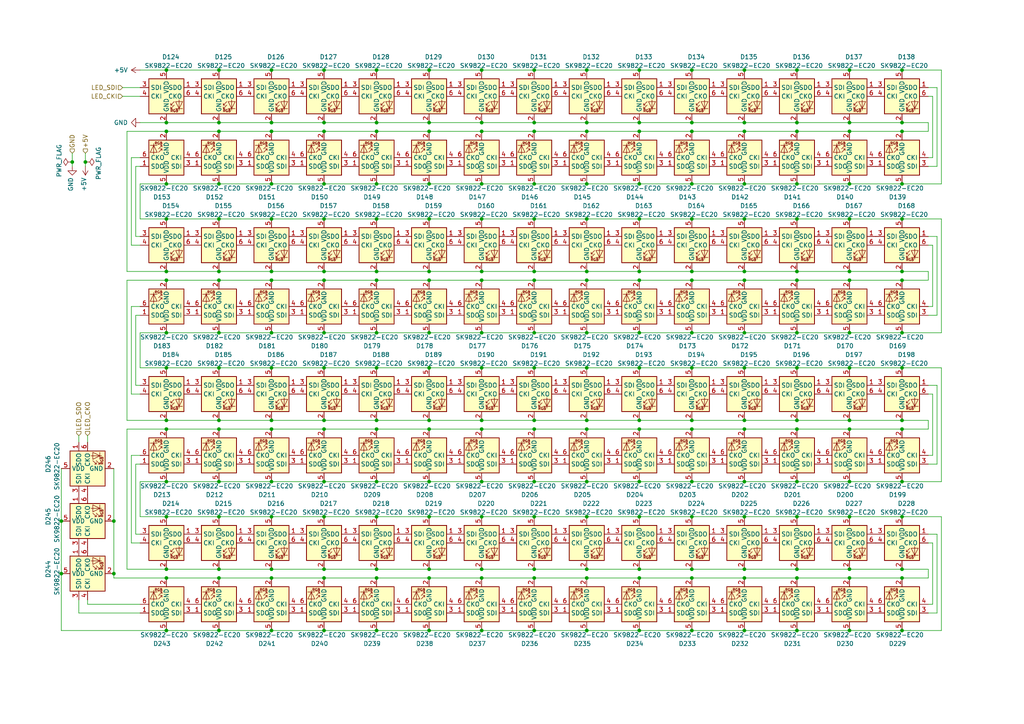
<source format=kicad_sch>
(kicad_sch (version 20231120) (generator "eeschema") (generator_version "8.0")
  (paper "A4")
  (junction (at 200.66 63.5))
  (junction (at 124.46 124.46))
  (junction (at 78.74 38.1))
  (junction (at 124.46 182.88))
  (junction (at 63.5 121.92))
  (junction (at 124.46 167.64))
  (junction (at 170.18 20.32))
  (junction (at 246.38 20.32))
  (junction (at 48.26 35.56))
  (junction (at 246.38 149.86))
  (junction (at 20.955 46.99))
  (junction (at 48.26 182.88))
  (junction (at 261.62 38.1))
  (junction (at 261.62 121.92))
  (junction (at 200.66 165.1))
  (junction (at 78.74 20.32))
  (junction (at 78.74 96.52))
  (junction (at 78.74 167.64))
  (junction (at 231.14 96.52))
  (junction (at 200.66 106.68))
  (junction (at 109.22 78.74))
  (junction (at 170.18 149.86))
  (junction (at 215.9 53.34))
  (junction (at 93.98 63.5))
  (junction (at 139.7 78.74))
  (junction (at 215.9 63.5))
  (junction (at 154.94 106.68))
  (junction (at 63.5 124.46))
  (junction (at 139.7 106.68))
  (junction (at 24.765 46.99))
  (junction (at 109.22 182.88))
  (junction (at 48.26 139.7))
  (junction (at 231.14 78.74))
  (junction (at 93.98 20.32))
  (junction (at 200.66 124.46))
  (junction (at 63.5 38.1))
  (junction (at 246.38 35.56))
  (junction (at 93.98 106.68))
  (junction (at 261.62 63.5))
  (junction (at 215.9 149.86))
  (junction (at 215.9 121.92))
  (junction (at 139.7 96.52))
  (junction (at 124.46 106.68))
  (junction (at 154.94 81.28))
  (junction (at 246.38 53.34))
  (junction (at 63.5 149.86))
  (junction (at 139.7 165.1))
  (junction (at 200.66 167.64))
  (junction (at 185.42 182.88))
  (junction (at 109.22 139.7))
  (junction (at 261.62 182.88))
  (junction (at 154.94 35.56))
  (junction (at 93.98 165.1))
  (junction (at 261.62 81.28))
  (junction (at 93.98 81.28))
  (junction (at 48.26 78.74))
  (junction (at 48.26 20.32))
  (junction (at 63.5 81.28))
  (junction (at 200.66 139.7))
  (junction (at 109.22 121.92))
  (junction (at 246.38 182.88))
  (junction (at 124.46 20.32))
  (junction (at 154.94 121.92))
  (junction (at 231.14 38.1))
  (junction (at 124.46 96.52))
  (junction (at 78.74 165.1))
  (junction (at 78.74 78.74))
  (junction (at 200.66 78.74))
  (junction (at 48.26 96.52))
  (junction (at 154.94 53.34))
  (junction (at 124.46 165.1))
  (junction (at 48.26 124.46))
  (junction (at 246.38 121.92))
  (junction (at 246.38 167.64))
  (junction (at 109.22 20.32))
  (junction (at 154.94 96.52))
  (junction (at 170.18 96.52))
  (junction (at 139.7 38.1))
  (junction (at 200.66 35.56))
  (junction (at 109.22 167.64))
  (junction (at 231.14 81.28))
  (junction (at 246.38 124.46))
  (junction (at 154.94 167.64))
  (junction (at 170.18 167.64))
  (junction (at 93.98 78.74))
  (junction (at 93.98 182.88))
  (junction (at 261.62 78.74))
  (junction (at 93.98 121.92))
  (junction (at 63.5 78.74))
  (junction (at 185.42 121.92))
  (junction (at 185.42 20.32))
  (junction (at 48.26 167.64))
  (junction (at 170.18 78.74))
  (junction (at 185.42 106.68))
  (junction (at 200.66 81.28))
  (junction (at 63.5 106.68))
  (junction (at 48.26 63.5))
  (junction (at 124.46 139.7))
  (junction (at 48.26 165.1))
  (junction (at 170.18 63.5))
  (junction (at 215.9 35.56))
  (junction (at 48.26 38.1))
  (junction (at 48.26 106.68))
  (junction (at 185.42 96.52))
  (junction (at 93.98 38.1))
  (junction (at 215.9 96.52))
  (junction (at 93.98 139.7))
  (junction (at 231.14 167.64))
  (junction (at 261.62 96.52))
  (junction (at 246.38 96.52))
  (junction (at 185.42 81.28))
  (junction (at 93.98 53.34))
  (junction (at 109.22 38.1))
  (junction (at 185.42 63.5))
  (junction (at 139.7 121.92))
  (junction (at 124.46 53.34))
  (junction (at 261.62 35.56))
  (junction (at 185.42 38.1))
  (junction (at 109.22 96.52))
  (junction (at 170.18 182.88))
  (junction (at 63.5 165.1))
  (junction (at 200.66 53.34))
  (junction (at 124.46 121.92))
  (junction (at 109.22 124.46))
  (junction (at 139.7 81.28))
  (junction (at 109.22 106.68))
  (junction (at 261.62 167.64))
  (junction (at 231.14 106.68))
  (junction (at 154.94 182.88))
  (junction (at 48.26 149.86))
  (junction (at 78.74 182.88))
  (junction (at 154.94 78.74))
  (junction (at 246.38 38.1))
  (junction (at 154.94 165.1))
  (junction (at 154.94 124.46))
  (junction (at 170.18 81.28))
  (junction (at 231.14 53.34))
  (junction (at 246.38 165.1))
  (junction (at 78.74 121.92))
  (junction (at 215.9 182.88))
  (junction (at 170.18 38.1))
  (junction (at 78.74 124.46))
  (junction (at 215.9 106.68))
  (junction (at 139.7 63.5))
  (junction (at 154.94 139.7))
  (junction (at 246.38 81.28))
  (junction (at 124.46 81.28))
  (junction (at 261.62 124.46))
  (junction (at 78.74 35.56))
  (junction (at 109.22 149.86))
  (junction (at 185.42 53.34))
  (junction (at 109.22 63.5))
  (junction (at 261.62 139.7))
  (junction (at 185.42 165.1))
  (junction (at 231.14 20.32))
  (junction (at 33.02 151.13))
  (junction (at 215.9 78.74))
  (junction (at 154.94 38.1))
  (junction (at 78.74 53.34))
  (junction (at 215.9 124.46))
  (junction (at 246.38 78.74))
  (junction (at 261.62 106.68))
  (junction (at 139.7 167.64))
  (junction (at 139.7 53.34))
  (junction (at 48.26 53.34))
  (junction (at 200.66 20.32))
  (junction (at 261.62 165.1))
  (junction (at 124.46 149.86))
  (junction (at 170.18 165.1))
  (junction (at 246.38 106.68))
  (junction (at 185.42 124.46))
  (junction (at 231.14 139.7))
  (junction (at 63.5 20.32))
  (junction (at 17.78 166.37))
  (junction (at 17.78 151.13))
  (junction (at 48.26 81.28))
  (junction (at 185.42 149.86))
  (junction (at 200.66 149.86))
  (junction (at 170.18 35.56))
  (junction (at 231.14 124.46))
  (junction (at 63.5 139.7))
  (junction (at 154.94 20.32))
  (junction (at 154.94 149.86))
  (junction (at 33.02 166.37))
  (junction (at 93.98 149.86))
  (junction (at 185.42 78.74))
  (junction (at 185.42 35.56))
  (junction (at 63.5 35.56))
  (junction (at 170.18 53.34))
  (junction (at 170.18 106.68))
  (junction (at 63.5 182.88))
  (junction (at 170.18 139.7))
  (junction (at 139.7 139.7))
  (junction (at 139.7 149.86))
  (junction (at 261.62 53.34))
  (junction (at 231.14 165.1))
  (junction (at 231.14 121.92))
  (junction (at 63.5 53.34))
  (junction (at 200.66 38.1))
  (junction (at 93.98 96.52))
  (junction (at 215.9 165.1))
  (junction (at 93.98 167.64))
  (junction (at 139.7 182.88))
  (junction (at 185.42 139.7))
  (junction (at 261.62 20.32))
  (junction (at 124.46 38.1))
  (junction (at 139.7 35.56))
  (junction (at 93.98 35.56))
  (junction (at 231.14 63.5))
  (junction (at 170.18 124.46))
  (junction (at 139.7 20.32))
  (junction (at 231.14 149.86))
  (junction (at 154.94 63.5))
  (junction (at 139.7 124.46))
  (junction (at 200.66 182.88))
  (junction (at 93.98 124.46))
  (junction (at 231.14 182.88))
  (junction (at 124.46 35.56))
  (junction (at 48.26 121.92))
  (junction (at 215.9 20.32))
  (junction (at 170.18 121.92))
  (junction (at 215.9 38.1))
  (junction (at 63.5 96.52))
  (junction (at 200.66 96.52))
  (junction (at 215.9 81.28))
  (junction (at 261.62 149.86))
  (junction (at 109.22 81.28))
  (junction (at 215.9 167.64))
  (junction (at 246.38 139.7))
  (junction (at 109.22 165.1))
  (junction (at 78.74 149.86))
  (junction (at 124.46 78.74))
  (junction (at 246.38 63.5))
  (junction (at 109.22 53.34))
  (junction (at 185.42 167.64))
  (junction (at 124.46 63.5))
  (junction (at 78.74 81.28))
  (junction (at 78.74 63.5))
  (junction (at 231.14 35.56))
  (junction (at 78.74 106.68))
  (junction (at 78.74 139.7))
  (junction (at 63.5 63.5))
  (junction (at 215.9 139.7))
  (junction (at 200.66 121.92))
  (junction (at 109.22 35.56))
  (junction (at 63.5 167.64))
  (wire (pts (xy 200.66 20.32) (xy 215.9 20.32)))
  (wire (pts (xy 38.1 45.72) (xy 38.1 71.12)))
  (wire (pts (xy 215.9 167.64) (xy 200.66 167.64)))
  (wire (pts (xy 270.51 45.72) (xy 269.24 45.72)))
  (wire (pts (xy 124.46 149.86) (xy 139.7 149.86)))
  (wire (pts (xy 154.94 149.86) (xy 170.18 149.86)))
  (wire (pts (xy 33.02 151.13) (xy 33.02 135.89)))
  (wire (pts (xy 36.83 165.1) (xy 48.26 165.1)))
  (wire (pts (xy 261.62 165.1) (xy 269.24 165.1)))
  (wire (pts (xy 154.94 139.7) (xy 170.18 139.7)))
  (wire (pts (xy 231.14 121.92) (xy 246.38 121.92)))
  (wire (pts (xy 25.4 175.26) (xy 25.4 173.99)))
  (wire (pts (xy 246.38 63.5) (xy 261.62 63.5)))
  (wire (pts (xy 124.46 106.68) (xy 139.7 106.68)))
  (wire (pts (xy 269.24 48.26) (xy 271.78 48.26)))
  (wire (pts (xy 93.98 165.1) (xy 109.22 165.1)))
  (wire (pts (xy 185.42 106.68) (xy 200.66 106.68)))
  (wire (pts (xy 20.955 44.45) (xy 20.955 46.99)))
  (wire (pts (xy 270.51 27.94) (xy 270.51 45.72)))
  (wire (pts (xy 271.78 25.4) (xy 269.24 25.4)))
  (wire (pts (xy 231.14 165.1) (xy 246.38 165.1)))
  (wire (pts (xy 93.98 20.32) (xy 109.22 20.32)))
  (wire (pts (xy 154.94 121.92) (xy 170.18 121.92)))
  (wire (pts (xy 231.14 139.7) (xy 246.38 139.7)))
  (wire (pts (xy 246.38 81.28) (xy 231.14 81.28)))
  (wire (pts (xy 139.7 182.88) (xy 124.46 182.88)))
  (wire (pts (xy 261.62 20.32) (xy 273.05 20.32)))
  (wire (pts (xy 20.955 46.99) (xy 20.955 48.26)))
  (wire (pts (xy 48.26 149.86) (xy 63.5 149.86)))
  (wire (pts (xy 200.66 139.7) (xy 215.9 139.7)))
  (wire (pts (xy 139.7 106.68) (xy 154.94 106.68)))
  (wire (pts (xy 139.7 149.86) (xy 154.94 149.86)))
  (wire (pts (xy 22.86 173.99) (xy 22.86 177.8)))
  (wire (pts (xy 270.51 114.3) (xy 270.51 132.08)))
  (wire (pts (xy 39.37 48.26) (xy 39.37 68.58)))
  (wire (pts (xy 154.94 53.34) (xy 139.7 53.34)))
  (wire (pts (xy 246.38 167.64) (xy 231.14 167.64)))
  (wire (pts (xy 154.94 167.64) (xy 139.7 167.64)))
  (wire (pts (xy 40.64 134.62) (xy 39.37 134.62)))
  (wire (pts (xy 231.14 38.1) (xy 215.9 38.1)))
  (wire (pts (xy 246.38 182.88) (xy 231.14 182.88)))
  (wire (pts (xy 231.14 167.64) (xy 215.9 167.64)))
  (wire (pts (xy 40.64 91.44) (xy 39.37 91.44)))
  (wire (pts (xy 271.78 91.44) (xy 271.78 68.58)))
  (wire (pts (xy 200.66 182.88) (xy 185.42 182.88)))
  (wire (pts (xy 78.74 20.32) (xy 93.98 20.32)))
  (wire (pts (xy 39.37 134.62) (xy 39.37 154.94)))
  (wire (pts (xy 269.24 88.9) (xy 270.51 88.9)))
  (wire (pts (xy 200.66 149.86) (xy 215.9 149.86)))
  (wire (pts (xy 271.78 177.8) (xy 271.78 154.94)))
  (wire (pts (xy 269.24 71.12) (xy 270.51 71.12)))
  (wire (pts (xy 36.83 81.28) (xy 36.83 121.92)))
  (wire (pts (xy 124.46 182.88) (xy 109.22 182.88)))
  (wire (pts (xy 246.38 121.92) (xy 261.62 121.92)))
  (wire (pts (xy 17.78 182.88) (xy 48.26 182.88)))
  (wire (pts (xy 271.78 111.76) (xy 269.24 111.76)))
  (wire (pts (xy 39.37 111.76) (xy 40.64 111.76)))
  (wire (pts (xy 139.7 38.1) (xy 124.46 38.1)))
  (wire (pts (xy 124.46 121.92) (xy 139.7 121.92)))
  (wire (pts (xy 273.05 63.5) (xy 273.05 96.52)))
  (wire (pts (xy 170.18 38.1) (xy 154.94 38.1)))
  (wire (pts (xy 40.64 63.5) (xy 48.26 63.5)))
  (wire (pts (xy 231.14 81.28) (xy 215.9 81.28)))
  (wire (pts (xy 270.51 71.12) (xy 270.51 88.9)))
  (wire (pts (xy 63.5 35.56) (xy 78.74 35.56)))
  (wire (pts (xy 63.5 38.1) (xy 48.26 38.1)))
  (wire (pts (xy 170.18 35.56) (xy 185.42 35.56)))
  (wire (pts (xy 17.78 151.13) (xy 17.78 135.89)))
  (wire (pts (xy 124.46 139.7) (xy 139.7 139.7)))
  (wire (pts (xy 93.98 167.64) (xy 78.74 167.64)))
  (wire (pts (xy 231.14 20.32) (xy 246.38 20.32)))
  (wire (pts (xy 78.74 167.64) (xy 63.5 167.64)))
  (wire (pts (xy 17.78 166.37) (xy 17.78 182.88)))
  (wire (pts (xy 215.9 182.88) (xy 200.66 182.88)))
  (wire (pts (xy 200.66 53.34) (xy 185.42 53.34)))
  (wire (pts (xy 93.98 38.1) (xy 78.74 38.1)))
  (wire (pts (xy 109.22 167.64) (xy 93.98 167.64)))
  (wire (pts (xy 269.24 38.1) (xy 269.24 35.56)))
  (wire (pts (xy 38.1 132.08) (xy 38.1 157.48)))
  (wire (pts (xy 269.24 78.74) (xy 261.62 78.74)))
  (wire (pts (xy 170.18 96.52) (xy 154.94 96.52)))
  (wire (pts (xy 40.64 157.48) (xy 38.1 157.48)))
  (wire (pts (xy 109.22 165.1) (xy 124.46 165.1)))
  (wire (pts (xy 35.56 27.94) (xy 40.64 27.94)))
  (wire (pts (xy 78.74 81.28) (xy 63.5 81.28)))
  (wire (pts (xy 154.94 96.52) (xy 139.7 96.52)))
  (wire (pts (xy 48.26 38.1) (xy 36.83 38.1)))
  (wire (pts (xy 48.26 121.92) (xy 63.5 121.92)))
  (wire (pts (xy 63.5 121.92) (xy 78.74 121.92)))
  (wire (pts (xy 215.9 78.74) (xy 200.66 78.74)))
  (wire (pts (xy 170.18 165.1) (xy 185.42 165.1)))
  (wire (pts (xy 78.74 38.1) (xy 63.5 38.1)))
  (wire (pts (xy 109.22 139.7) (xy 124.46 139.7)))
  (wire (pts (xy 261.62 96.52) (xy 273.05 96.52)))
  (wire (pts (xy 109.22 78.74) (xy 93.98 78.74)))
  (wire (pts (xy 246.38 20.32) (xy 261.62 20.32)))
  (wire (pts (xy 231.14 35.56) (xy 246.38 35.56)))
  (wire (pts (xy 185.42 38.1) (xy 170.18 38.1)))
  (wire (pts (xy 154.94 78.74) (xy 139.7 78.74)))
  (wire (pts (xy 33.02 166.37) (xy 33.02 167.64)))
  (wire (pts (xy 185.42 139.7) (xy 200.66 139.7)))
  (wire (pts (xy 33.02 166.37) (xy 33.02 151.13)))
  (wire (pts (xy 22.86 126.365) (xy 22.86 128.27)))
  (wire (pts (xy 38.1 45.72) (xy 40.64 45.72)))
  (wire (pts (xy 124.46 38.1) (xy 109.22 38.1)))
  (wire (pts (xy 63.5 20.32) (xy 78.74 20.32)))
  (wire (pts (xy 154.94 38.1) (xy 139.7 38.1)))
  (wire (pts (xy 48.26 78.74) (xy 36.83 78.74)))
  (wire (pts (xy 139.7 81.28) (xy 124.46 81.28)))
  (wire (pts (xy 48.26 139.7) (xy 63.5 139.7)))
  (wire (pts (xy 109.22 121.92) (xy 124.46 121.92)))
  (wire (pts (xy 270.51 175.26) (xy 269.24 175.26)))
  (wire (pts (xy 63.5 139.7) (xy 78.74 139.7)))
  (wire (pts (xy 261.62 81.28) (xy 269.24 81.28)))
  (wire (pts (xy 17.78 151.13) (xy 17.78 166.37)))
  (wire (pts (xy 200.66 63.5) (xy 215.9 63.5)))
  (wire (pts (xy 273.05 106.68) (xy 273.05 139.7)))
  (wire (pts (xy 246.38 38.1) (xy 231.14 38.1)))
  (wire (pts (xy 48.26 124.46) (xy 63.5 124.46)))
  (wire (pts (xy 215.9 35.56) (xy 231.14 35.56)))
  (wire (pts (xy 185.42 182.88) (xy 170.18 182.88)))
  (wire (pts (xy 170.18 63.5) (xy 185.42 63.5)))
  (wire (pts (xy 93.98 53.34) (xy 78.74 53.34)))
  (wire (pts (xy 124.46 96.52) (xy 109.22 96.52)))
  (wire (pts (xy 40.64 25.4) (xy 35.56 25.4)))
  (wire (pts (xy 124.46 35.56) (xy 139.7 35.56)))
  (wire (pts (xy 200.66 106.68) (xy 215.9 106.68)))
  (wire (pts (xy 78.74 35.56) (xy 93.98 35.56)))
  (wire (pts (xy 63.5 124.46) (xy 78.74 124.46)))
  (wire (pts (xy 139.7 167.64) (xy 124.46 167.64)))
  (wire (pts (xy 93.98 106.68) (xy 109.22 106.68)))
  (wire (pts (xy 261.62 35.56) (xy 269.24 35.56)))
  (wire (pts (xy 246.38 78.74) (xy 231.14 78.74)))
  (wire (pts (xy 109.22 182.88) (xy 93.98 182.88)))
  (wire (pts (xy 271.78 68.58) (xy 269.24 68.58)))
  (wire (pts (xy 24.765 46.99) (xy 24.765 48.26)))
  (wire (pts (xy 109.22 106.68) (xy 124.46 106.68)))
  (wire (pts (xy 246.38 165.1) (xy 261.62 165.1)))
  (wire (pts (xy 170.18 124.46) (xy 185.42 124.46)))
  (wire (pts (xy 215.9 81.28) (xy 200.66 81.28)))
  (wire (pts (xy 185.42 167.64) (xy 170.18 167.64)))
  (wire (pts (xy 270.51 157.48) (xy 270.51 175.26)))
  (wire (pts (xy 270.51 132.08) (xy 269.24 132.08)))
  (wire (pts (xy 139.7 124.46) (xy 154.94 124.46)))
  (wire (pts (xy 269.24 134.62) (xy 271.78 134.62)))
  (wire (pts (xy 154.94 165.1) (xy 170.18 165.1)))
  (wire (pts (xy 124.46 124.46) (xy 139.7 124.46)))
  (wire (pts (xy 40.64 149.86) (xy 48.26 149.86)))
  (wire (pts (xy 261.62 139.7) (xy 273.05 139.7)))
  (wire (pts (xy 40.64 175.26) (xy 25.4 175.26)))
  (wire (pts (xy 40.64 114.3) (xy 38.1 114.3)))
  (wire (pts (xy 39.37 91.44) (xy 39.37 111.76)))
  (wire (pts (xy 39.37 154.94) (xy 40.64 154.94)))
  (wire (pts (xy 78.74 165.1) (xy 93.98 165.1)))
  (wire (pts (xy 154.94 182.88) (xy 139.7 182.88)))
  (wire (pts (xy 200.66 121.92) (xy 215.9 121.92)))
  (wire (pts (xy 185.42 149.86) (xy 200.66 149.86)))
  (wire (pts (xy 78.74 139.7) (xy 93.98 139.7)))
  (wire (pts (xy 261.62 53.34) (xy 246.38 53.34)))
  (wire (pts (xy 246.38 81.28) (xy 261.62 81.28)))
  (wire (pts (xy 78.74 53.34) (xy 63.5 53.34)))
  (wire (pts (xy 200.66 96.52) (xy 185.42 96.52)))
  (wire (pts (xy 139.7 96.52) (xy 124.46 96.52)))
  (wire (pts (xy 78.74 121.92) (xy 93.98 121.92)))
  (wire (pts (xy 124.46 53.34) (xy 109.22 53.34)))
  (wire (pts (xy 154.94 106.68) (xy 170.18 106.68)))
  (wire (pts (xy 170.18 167.64) (xy 154.94 167.64)))
  (wire (pts (xy 109.22 81.28) (xy 93.98 81.28)))
  (wire (pts (xy 40.64 53.34) (xy 48.26 53.34)))
  (wire (pts (xy 22.86 177.8) (xy 40.64 177.8)))
  (wire (pts (xy 200.66 165.1) (xy 215.9 165.1)))
  (wire (pts (xy 36.83 124.46) (xy 48.26 124.46)))
  (wire (pts (xy 246.38 106.68) (xy 261.62 106.68)))
  (wire (pts (xy 215.9 53.34) (xy 200.66 53.34)))
  (wire (pts (xy 78.74 106.68) (xy 93.98 106.68)))
  (wire (pts (xy 269.24 78.74) (xy 269.24 81.28)))
  (wire (pts (xy 63.5 81.28) (xy 48.26 81.28)))
  (wire (pts (xy 63.5 78.74) (xy 48.26 78.74)))
  (wire (pts (xy 63.5 53.34) (xy 48.26 53.34)))
  (wire (pts (xy 246.38 124.46) (xy 261.62 124.46)))
  (wire (pts (xy 36.83 38.1) (xy 36.83 78.74)))
  (wire (pts (xy 124.46 81.28) (xy 109.22 81.28)))
  (wire (pts (xy 185.42 81.28) (xy 170.18 81.28)))
  (wire (pts (xy 40.64 53.34) (xy 40.64 63.5)))
  (wire (pts (xy 40.64 71.12) (xy 38.1 71.12)))
  (wire (pts (xy 261.62 124.46) (xy 269.24 124.46)))
  (wire (pts (xy 261.62 63.5) (xy 273.05 63.5)))
  (wire (pts (xy 261.62 167.64) (xy 269.24 167.64)))
  (wire (pts (xy 269.24 167.64) (xy 269.24 165.1)))
  (wire (pts (xy 271.78 48.26) (xy 271.78 25.4)))
  (wire (pts (xy 271.78 134.62) (xy 271.78 111.76)))
  (wire (pts (xy 124.46 20.32) (xy 139.7 20.32)))
  (wire (pts (xy 215.9 38.1) (xy 200.66 38.1)))
  (wire (pts (xy 139.7 35.56) (xy 154.94 35.56)))
  (wire (pts (xy 215.9 139.7) (xy 231.14 139.7)))
  (wire (pts (xy 48.26 63.5) (xy 63.5 63.5)))
  (wire (pts (xy 93.98 149.86) (xy 109.22 149.86)))
  (wire (pts (xy 40.64 139.7) (xy 48.26 139.7)))
  (wire (pts (xy 78.74 78.74) (xy 63.5 78.74)))
  (wire (pts (xy 261.62 78.74) (xy 246.38 78.74)))
  (wire (pts (xy 170.18 149.86) (xy 185.42 149.86)))
  (wire (pts (xy 139.7 20.32) (xy 154.94 20.32)))
  (wire (pts (xy 139.7 121.92) (xy 154.94 121.92)))
  (wire (pts (xy 231.14 182.88) (xy 215.9 182.88)))
  (wire (pts (xy 36.83 121.92) (xy 48.26 121.92)))
  (wire (pts (xy 78.74 124.46) (xy 93.98 124.46)))
  (wire (pts (xy 200.66 78.74) (xy 185.42 78.74)))
  (wire (pts (xy 269.24 27.94) (xy 270.51 27.94)))
  (wire (pts (xy 93.98 96.52) (xy 78.74 96.52)))
  (wire (pts (xy 269.24 157.48) (xy 270.51 157.48)))
  (wire (pts (xy 139.7 63.5) (xy 154.94 63.5)))
  (wire (pts (xy 215.9 63.5) (xy 231.14 63.5)))
  (wire (pts (xy 200.66 124.46) (xy 215.9 124.46)))
  (wire (pts (xy 36.83 124.46) (xy 36.83 165.1)))
  (wire (pts (xy 139.7 53.34) (xy 124.46 53.34)))
  (wire (pts (xy 185.42 96.52) (xy 170.18 96.52)))
  (wire (pts (xy 231.14 124.46) (xy 246.38 124.46)))
  (wire (pts (xy 139.7 139.7) (xy 154.94 139.7)))
  (wire (pts (xy 215.9 20.32) (xy 231.14 20.32)))
  (wire (pts (xy 109.22 35.56) (xy 124.46 35.56)))
  (wire (pts (xy 93.98 63.5) (xy 109.22 63.5)))
  (wire (pts (xy 246.38 149.86) (xy 261.62 149.86)))
  (wire (pts (xy 124.46 167.64) (xy 109.22 167.64)))
  (wire (pts (xy 215.9 106.68) (xy 231.14 106.68)))
  (wire (pts (xy 109.22 38.1) (xy 93.98 38.1)))
  (wire (pts (xy 170.18 121.92) (xy 185.42 121.92)))
  (wire (pts (xy 78.74 63.5) (xy 93.98 63.5)))
  (wire (pts (xy 261.62 121.92) (xy 269.24 121.92)))
  (wire (pts (xy 215.9 124.46) (xy 231.14 124.46)))
  (wire (pts (xy 109.22 63.5) (xy 124.46 63.5)))
  (wire (pts (xy 109.22 96.52) (xy 93.98 96.52)))
  (wire (pts (xy 170.18 20.32) (xy 185.42 20.32)))
  (wire (pts (xy 185.42 63.5) (xy 200.66 63.5)))
  (wire (pts (xy 93.98 81.28) (xy 78.74 81.28)))
  (wire (pts (xy 269.24 177.8) (xy 271.78 177.8)))
  (wire (pts (xy 273.05 182.88) (xy 261.62 182.88)))
  (wire (pts (xy 215.9 165.1) (xy 231.14 165.1)))
  (wire (pts (xy 38.1 88.9) (xy 38.1 114.3)))
  (wire (pts (xy 40.64 106.68) (xy 48.26 106.68)))
  (wire (pts (xy 246.38 139.7) (xy 261.62 139.7)))
  (wire (pts (xy 124.46 165.1) (xy 139.7 165.1)))
  (wire (pts (xy 78.74 182.88) (xy 63.5 182.88)))
  (wire (pts (xy 39.37 68.58) (xy 40.64 68.58)))
  (wire (pts (xy 215.9 121.92) (xy 231.14 121.92)))
  (wire (pts (xy 124.46 78.74) (xy 109.22 78.74)))
  (wire (pts (xy 271.78 154.94) (xy 269.24 154.94)))
  (wire (pts (xy 109.22 149.86) (xy 124.46 149.86)))
  (wire (pts (xy 231.14 96.52) (xy 215.9 96.52)))
  (wire (pts (xy 231.14 78.74) (xy 215.9 78.74)))
  (wire (pts (xy 170.18 81.28) (xy 154.94 81.28)))
  (wire (pts (xy 261.62 96.52) (xy 246.38 96.52)))
  (wire (pts (xy 93.98 139.7) (xy 109.22 139.7)))
  (wire (pts (xy 154.94 81.28) (xy 139.7 81.28)))
  (wire (pts (xy 273.05 149.86) (xy 273.05 182.88)))
  (wire (pts (xy 200.66 38.1) (xy 185.42 38.1)))
  (wire (pts (xy 246.38 96.52) (xy 231.14 96.52)))
  (wire (pts (xy 246.38 167.64) (xy 261.62 167.64)))
  (wire (pts (xy 25.4 128.27) (xy 25.4 126.365)))
  (wire (pts (xy 185.42 165.1) (xy 200.66 165.1)))
  (wire (pts (xy 170.18 106.68) (xy 185.42 106.68)))
  (wire (pts (xy 215.9 96.52) (xy 200.66 96.52)))
  (wire (pts (xy 48.26 165.1) (xy 63.5 165.1)))
  (wire (pts (xy 231.14 106.68) (xy 246.38 106.68)))
  (wire (pts (xy 38.1 88.9) (xy 40.64 88.9)))
  (wire (pts (xy 246.38 35.56) (xy 261.62 35.56)))
  (wire (pts (xy 246.38 38.1) (xy 261.62 38.1)))
  (wire (pts (xy 40.64 48.26) (xy 39.37 48.26)))
  (wire (pts (xy 246.38 53.34) (xy 231.14 53.34)))
  (wire (pts (xy 109.22 53.34) (xy 93.98 53.34)))
  (wire (pts (xy 154.94 63.5) (xy 170.18 63.5)))
  (wire (pts (xy 109.22 20.32) (xy 124.46 20.32)))
  (wire (pts (xy 231.14 149.86) (xy 246.38 149.86)))
  (wire (pts (xy 261.62 149.86) (xy 273.05 149.86)))
  (wire (pts (xy 48.26 20.32) (xy 63.5 20.32)))
  (wire (pts (xy 36.83 81.28) (xy 48.26 81.28)))
  (wire (pts (xy 38.1 132.08) (xy 40.64 132.08)))
  (wire (pts (xy 24.765 44.45) (xy 24.765 46.99)))
  (wire (pts (xy 40.64 96.52) (xy 48.26 96.52)))
  (wire (pts (xy 200.66 167.64) (xy 185.42 167.64)))
  (wire (pts (xy 261.62 106.68) (xy 273.05 106.68)))
  (wire (pts (xy 154.94 20.32) (xy 170.18 20.32)))
  (wire (pts (xy 185.42 124.46) (xy 200.66 124.46)))
  (wire (pts (xy 78.74 96.52) (xy 63.5 96.52)))
  (wire (pts (xy 215.9 149.86) (xy 231.14 149.86)))
  (wire (pts (xy 63.5 165.1) (xy 78.74 165.1)))
  (wire (pts (xy 93.98 121.92) (xy 109.22 121.92)))
  (wire (pts (xy 170.18 53.34) (xy 154.94 53.34)))
  (wire (pts (xy 185.42 35.56) (xy 200.66 35.56)))
  (wire (pts (xy 93.98 35.56) (xy 109.22 35.56)))
  (wire (pts (xy 200.66 81.28) (xy 185.42 81.28)))
  (wire (pts (xy 78.74 149.86) (xy 93.98 149.86)))
  (wire (pts (xy 269.24 124.46) (xy 269.24 121.92)))
  (wire (pts (xy 40.64 139.7) (xy 40.64 149.86)))
  (wire (pts (xy 63.5 63.5) (xy 78.74 63.5)))
  (wire (pts (xy 269.24 91.44) (xy 271.78 91.44)))
  (wire (pts (xy 154.94 124.46) (xy 170.18 124.46)))
  (wire (pts (xy 185.42 78.74) (xy 170.18 78.74)))
  (wire (pts (xy 93.98 182.88) (xy 78.74 182.88)))
  (wire (pts (xy 40.64 96.52) (xy 40.64 106.68)))
  (wire (pts (xy 63.5 167.64) (xy 48.26 167.64)))
  (wire (pts (xy 124.46 63.5) (xy 139.7 63.5)))
  (wire (pts (xy 185.42 53.34) (xy 170.18 53.34)))
  (wire (pts (xy 109.22 124.46) (xy 124.46 124.46)))
  (wire (pts (xy 139.7 78.74) (xy 124.46 78.74)))
  (wire (pts (xy 63.5 149.86) (xy 78.74 149.86)))
  (wire (pts (xy 170.18 182.88) (xy 154.94 182.88)))
  (wire (pts (xy 170.18 139.7) (xy 185.42 139.7)))
  (wire (pts (xy 154.94 35.56) (xy 170.18 35.56)))
  (wire (pts (xy 185.42 121.92) (xy 200.66 121.92)))
  (wire (pts (xy 48.26 35.56) (xy 63.5 35.56)))
  (wire (pts (xy 170.18 78.74) (xy 154.94 78.74)))
  (wire (pts (xy 261.62 182.88) (xy 246.38 182.88)))
  (wire (pts (xy 273.05 20.32) (xy 273.05 53.34)))
  (wire (pts (xy 93.98 124.46) (xy 109.22 124.46)))
  (wire (pts (xy 269.24 114.3) (xy 270.51 114.3)))
  (wire (pts (xy 231.14 53.34) (xy 215.9 53.34)))
  (wire (pts (xy 48.26 106.68) (xy 63.5 106.68)))
  (wire (pts (xy 200.66 35.56) (xy 215.9 35.56)))
  (wire (pts (xy 93.98 78.74) (xy 78.74 78.74)))
  (wire (pts (xy 63.5 106.68) (xy 78.74 106.68)))
  (wire (pts (xy 40.64 35.56) (xy 48.26 35.56)))
  (wire (pts (xy 40.64 20.32) (xy 48.26 20.32)))
  (wire (pts (xy 63.5 182.88) (xy 48.26 182.88)))
  (wire (pts (xy 33.02 167.64) (xy 48.26 167.64)))
  (wire (pts (xy 185.42 20.32) (xy 200.66 20.32)))
  (wire (pts (xy 231.14 63.5) (xy 246.38 63.5)))
  (wire (pts (xy 63.5 96.52) (xy 48.26 96.52)))
  (wire (pts (xy 139.7 165.1) (xy 154.94 165.1)))
  (wire (pts (xy 261.62 38.1) (xy 269.24 38.1)))
  (wire (pts (xy 273.05 53.34) (xy 261.62 53.34)))
  (hierarchical_label "LED_CKO" (shape input) (at 25.4 126.365 90))
  (hierarchical_label "+5V" (shape input) (at 24.765 44.45 90))
  (hierarchical_label "GND" (shape input) (at 20.955 44.45 90))
  (hierarchical_label "LED_CKI" (shape input) (at 35.56 27.94 180))
  (hierarchical_label "LED_SDI" (shape input) (at 35.56 25.4 180))
  (hierarchical_label "LED_SDO" (shape input) (at 22.86 126.365 90))
  (symbol (lib_id "helixloop:SK9822-EC20") (at 170.18 132.08 180) (unit 1)
    (property "Reference" "D205" (at 171.45 143.51 0) (effects (justify left)))
    (property "Value" "SK9822-EC20" (at 176.53 140.97 0) (effects (justify left)))
    (property "Footprint" "helixloop:LED-SK9822-EC20" (effects (hide yes)))
    (property "Datasheet" "http://www.normandled.com/upload/202003/SK9822-EC20%20LED%20Datasheet.pdf" (effects (hide yes)))
    (instances (project "" (path "" (reference "D205") (unit 1)) (path "" (reference "D82") (unit 1)) (path "" (reference "D328") (unit 1))))
  )
  (symbol (lib_id "helixloop:SK9822-EC20") (at 246.38 27.94 0) (unit 1)
    (property "Reference" "D137" (at 245.11 16.51 0) (effects (justify left)))
    (property "Value" "SK9822-EC20" (at 240.03 19.05 0) (effects (justify left)))
    (property "Footprint" "helixloop:LED-SK9822-EC20" (effects (hide yes)))
    (property "Datasheet" "http://www.normandled.com/upload/202003/SK9822-EC20%20LED%20Datasheet.pdf" (effects (hide yes)))
    (instances (project "" (path "" (reference "D137") (unit 1)) (path "" (reference "D14") (unit 1)) (path "" (reference "D260") (unit 1))))
  )
  (symbol (lib_id "power:GND") (at 20.955 48.26 0) (unit 1)
    (property "Reference" "#PWR0105" (effects (hide yes)))
    (property "Value" "GND" (at 20.5212 51.435 90) (effects (justify right)))
    (instances (project "" (path "" (reference "#PWR0105") (unit 1)) (path "" (reference "#PWR02") (unit 1)) (path "" (reference "#PWR0109") (unit 1))))
  )
  (symbol (lib_id "helixloop:SK9822-EC20") (at 231.14 157.48 0) (unit 1)
    (property "Reference" "D226" (at 229.87 146.05 0) (effects (justify left)))
    (property "Value" "SK9822-EC20" (at 224.79 148.59 0) (effects (justify left)))
    (property "Footprint" "helixloop:LED-SK9822-EC20" (effects (hide yes)))
    (property "Datasheet" "http://www.normandled.com/upload/202003/SK9822-EC20%20LED%20Datasheet.pdf" (effects (hide yes)))
    (instances (project "" (path "" (reference "D226") (unit 1)) (path "" (reference "D103") (unit 1)) (path "" (reference "D349") (unit 1))))
  )
  (symbol (lib_id "helixloop:SK9822-EC20") (at 261.62 45.72 180) (unit 1)
    (property "Reference" "D139" (at 262.89 57.15 0) (effects (justify left)))
    (property "Value" "SK9822-EC20" (at 267.97 54.61 0) (effects (justify left)))
    (property "Footprint" "helixloop:LED-SK9822-EC20" (effects (hide yes)))
    (property "Datasheet" "http://www.normandled.com/upload/202003/SK9822-EC20%20LED%20Datasheet.pdf" (effects (hide yes)))
    (instances (project "" (path "" (reference "D139") (unit 1)) (path "" (reference "D16") (unit 1)) (path "" (reference "D262") (unit 1))))
  )
  (symbol (lib_id "helixloop:SK9822-EC20") (at 261.62 71.12 0) (unit 1)
    (property "Reference" "D168" (at 260.35 59.69 0) (effects (justify left)))
    (property "Value" "SK9822-EC20" (at 255.27 62.23 0) (effects (justify left)))
    (property "Footprint" "helixloop:LED-SK9822-EC20" (effects (hide yes)))
    (property "Datasheet" "http://www.normandled.com/upload/202003/SK9822-EC20%20LED%20Datasheet.pdf" (effects (hide yes)))
    (instances (project "" (path "" (reference "D168") (unit 1)) (path "" (reference "D45") (unit 1)) (path "" (reference "D291") (unit 1))))
  )
  (symbol (lib_id "helixloop:SK9822-EC20") (at 63.5 114.3 0) (unit 1)
    (property "Reference" "D185" (at 62.23 102.87 0) (effects (justify left)))
    (property "Value" "SK9822-EC20" (at 57.15 105.41 0) (effects (justify left)))
    (property "Footprint" "helixloop:LED-SK9822-EC20" (effects (hide yes)))
    (property "Datasheet" "http://www.normandled.com/upload/202003/SK9822-EC20%20LED%20Datasheet.pdf" (effects (hide yes)))
    (instances (project "" (path "" (reference "D185") (unit 1)) (path "" (reference "D62") (unit 1)) (path "" (reference "D308") (unit 1))))
  )
  (symbol (lib_id "helixloop:SK9822-EC20") (at 109.22 88.9 180) (unit 1)
    (property "Reference" "D179" (at 110.49 100.33 0) (effects (justify left)))
    (property "Value" "SK9822-EC20" (at 115.57 97.79 0) (effects (justify left)))
    (property "Footprint" "helixloop:LED-SK9822-EC20" (effects (hide yes)))
    (property "Datasheet" "http://www.normandled.com/upload/202003/SK9822-EC20%20LED%20Datasheet.pdf" (effects (hide yes)))
    (instances (project "" (path "" (reference "D179") (unit 1)) (path "" (reference "D56") (unit 1)) (path "" (reference "D302") (unit 1))))
  )
  (symbol (lib_id "helixloop:SK9822-EC20") (at 231.14 27.94 0) (unit 1)
    (property "Reference" "D136" (at 229.87 16.51 0) (effects (justify left)))
    (property "Value" "SK9822-EC20" (at 224.79 19.05 0) (effects (justify left)))
    (property "Footprint" "helixloop:LED-SK9822-EC20" (effects (hide yes)))
    (property "Datasheet" "http://www.normandled.com/upload/202003/SK9822-EC20%20LED%20Datasheet.pdf" (effects (hide yes)))
    (instances (project "" (path "" (reference "D136") (unit 1)) (path "" (reference "D13") (unit 1)) (path "" (reference "D259") (unit 1))))
  )
  (symbol (lib_id "helixloop:SK9822-EC20") (at 261.62 132.08 180) (unit 1)
    (property "Reference" "D199" (at 262.89 143.51 0) (effects (justify left)))
    (property "Value" "SK9822-EC20" (at 267.97 140.97 0) (effects (justify left)))
    (property "Footprint" "helixloop:LED-SK9822-EC20" (effects (hide yes)))
    (property "Datasheet" "http://www.normandled.com/upload/202003/SK9822-EC20%20LED%20Datasheet.pdf" (effects (hide yes)))
    (instances (project "" (path "" (reference "D199") (unit 1)) (path "" (reference "D76") (unit 1)) (path "" (reference "D322") (unit 1))))
  )
  (symbol (lib_id "helixloop:SK9822-EC20") (at 215.9 132.08 180) (unit 1)
    (property "Reference" "D202" (at 217.17 143.51 0) (effects (justify left)))
    (property "Value" "SK9822-EC20" (at 222.25 140.97 0) (effects (justify left)))
    (property "Footprint" "helixloop:LED-SK9822-EC20" (effects (hide yes)))
    (property "Datasheet" "http://www.normandled.com/upload/202003/SK9822-EC20%20LED%20Datasheet.pdf" (effects (hide yes)))
    (instances (project "" (path "" (reference "D202") (unit 1)) (path "" (reference "D79") (unit 1)) (path "" (reference "D325") (unit 1))))
  )
  (symbol (lib_id "helixloop:SK9822-EC20") (at 124.46 175.26 180) (unit 1)
    (property "Reference" "D238" (at 125.73 186.69 0) (effects (justify left)))
    (property "Value" "SK9822-EC20" (at 130.81 184.15 0) (effects (justify left)))
    (property "Footprint" "helixloop:LED-SK9822-EC20" (effects (hide yes)))
    (property "Datasheet" "http://www.normandled.com/upload/202003/SK9822-EC20%20LED%20Datasheet.pdf" (effects (hide yes)))
    (instances (project "" (path "" (reference "D238") (unit 1)) (path "" (reference "D115") (unit 1)) (path "" (reference "D361") (unit 1))))
  )
  (symbol (lib_id "helixloop:SK9822-EC20") (at 93.98 114.3 0) (unit 1)
    (property "Reference" "D187" (at 92.71 102.87 0) (effects (justify left)))
    (property "Value" "SK9822-EC20" (at 87.63 105.41 0) (effects (justify left)))
    (property "Footprint" "helixloop:LED-SK9822-EC20" (effects (hide yes)))
    (property "Datasheet" "http://www.normandled.com/upload/202003/SK9822-EC20%20LED%20Datasheet.pdf" (effects (hide yes)))
    (instances (project "" (path "" (reference "D187") (unit 1)) (path "" (reference "D64") (unit 1)) (path "" (reference "D310") (unit 1))))
  )
  (symbol (lib_id "helixloop:SK9822-EC20") (at 200.66 88.9 180) (unit 1)
    (property "Reference" "D173" (at 201.93 100.33 0) (effects (justify left)))
    (property "Value" "SK9822-EC20" (at 207.01 97.79 0) (effects (justify left)))
    (property "Footprint" "helixloop:LED-SK9822-EC20" (effects (hide yes)))
    (property "Datasheet" "http://www.normandled.com/upload/202003/SK9822-EC20%20LED%20Datasheet.pdf" (effects (hide yes)))
    (instances (project "" (path "" (reference "D173") (unit 1)) (path "" (reference "D50") (unit 1)) (path "" (reference "D296") (unit 1))))
  )
  (symbol (lib_id "helixloop:SK9822-EC20") (at 154.94 71.12 0) (unit 1)
    (property "Reference" "D161" (at 153.67 59.69 0) (effects (justify left)))
    (property "Value" "SK9822-EC20" (at 148.59 62.23 0) (effects (justify left)))
    (property "Footprint" "helixloop:LED-SK9822-EC20" (effects (hide yes)))
    (property "Datasheet" "http://www.normandled.com/upload/202003/SK9822-EC20%20LED%20Datasheet.pdf" (effects (hide yes)))
    (instances (project "" (path "" (reference "D161") (unit 1)) (path "" (reference "D38") (unit 1)) (path "" (reference "D284") (unit 1))))
  )
  (symbol (lib_id "helixloop:SK9822-EC20") (at 63.5 175.26 180) (unit 1)
    (property "Reference" "D242" (at 64.77 186.69 0) (effects (justify left)))
    (property "Value" "SK9822-EC20" (at 69.85 184.15 0) (effects (justify left)))
    (property "Footprint" "helixloop:LED-SK9822-EC20" (effects (hide yes)))
    (property "Datasheet" "http://www.normandled.com/upload/202003/SK9822-EC20%20LED%20Datasheet.pdf" (effects (hide yes)))
    (instances (project "" (path "" (reference "D242") (unit 1)) (path "" (reference "D119") (unit 1)) (path "" (reference "D365") (unit 1))))
  )
  (symbol (lib_id "helixloop:SK9822-EC20") (at 63.5 132.08 180) (unit 1)
    (property "Reference" "D212" (at 64.77 143.51 0) (effects (justify left)))
    (property "Value" "SK9822-EC20" (at 69.85 140.97 0) (effects (justify left)))
    (property "Footprint" "helixloop:LED-SK9822-EC20" (effects (hide yes)))
    (property "Datasheet" "http://www.normandled.com/upload/202003/SK9822-EC20%20LED%20Datasheet.pdf" (effects (hide yes)))
    (instances (project "" (path "" (reference "D212") (unit 1)) (path "" (reference "D89") (unit 1)) (path "" (reference "D335") (unit 1))))
  )
  (symbol (lib_id "helixloop:SK9822-EC20") (at 246.38 88.9 180) (unit 1)
    (property "Reference" "D170" (at 247.65 100.33 0) (effects (justify left)))
    (property "Value" "SK9822-EC20" (at 252.73 97.79 0) (effects (justify left)))
    (property "Footprint" "helixloop:LED-SK9822-EC20" (effects (hide yes)))
    (property "Datasheet" "http://www.normandled.com/upload/202003/SK9822-EC20%20LED%20Datasheet.pdf" (effects (hide yes)))
    (instances (project "" (path "" (reference "D170") (unit 1)) (path "" (reference "D47") (unit 1)) (path "" (reference "D293") (unit 1))))
  )
  (symbol (lib_id "helixloop:SK9822-EC20") (at 109.22 45.72 180) (unit 1)
    (property "Reference" "D149" (at 110.49 57.15 0) (effects (justify left)))
    (property "Value" "SK9822-EC20" (at 115.57 54.61 0) (effects (justify left)))
    (property "Footprint" "helixloop:LED-SK9822-EC20" (effects (hide yes)))
    (property "Datasheet" "http://www.normandled.com/upload/202003/SK9822-EC20%20LED%20Datasheet.pdf" (effects (hide yes)))
    (instances (project "" (path "" (reference "D149") (unit 1)) (path "" (reference "D26") (unit 1)) (path "" (reference "D272") (unit 1))))
  )
  (symbol (lib_id "helixloop:SK9822-EC20") (at 200.66 175.26 180) (unit 1)
    (property "Reference" "D233" (at 201.93 186.69 0) (effects (justify left)))
    (property "Value" "SK9822-EC20" (at 207.01 184.15 0) (effects (justify left)))
    (property "Footprint" "helixloop:LED-SK9822-EC20" (effects (hide yes)))
    (property "Datasheet" "http://www.normandled.com/upload/202003/SK9822-EC20%20LED%20Datasheet.pdf" (effects (hide yes)))
    (instances (project "" (path "" (reference "D233") (unit 1)) (path "" (reference "D110") (unit 1)) (path "" (reference "D356") (unit 1))))
  )
  (symbol (lib_id "helixloop:SK9822-EC20") (at 48.26 88.9 180) (unit 1)
    (property "Reference" "D183" (at 49.53 100.33 0) (effects (justify left)))
    (property "Value" "SK9822-EC20" (at 54.61 97.79 0) (effects (justify left)))
    (property "Footprint" "helixloop:LED-SK9822-EC20" (effects (hide yes)))
    (property "Datasheet" "http://www.normandled.com/upload/202003/SK9822-EC20%20LED%20Datasheet.pdf" (effects (hide yes)))
    (instances (project "" (path "" (reference "D183") (unit 1)) (path "" (reference "D60") (unit 1)) (path "" (reference "D306") (unit 1))))
  )
  (symbol (lib_id "helixloop:SK9822-EC20") (at 154.94 88.9 180) (unit 1)
    (property "Reference" "D176" (at 156.21 100.33 0) (effects (justify left)))
    (property "Value" "SK9822-EC20" (at 161.29 97.79 0) (effects (justify left)))
    (property "Footprint" "helixloop:LED-SK9822-EC20" (effects (hide yes)))
    (property "Datasheet" "http://www.normandled.com/upload/202003/SK9822-EC20%20LED%20Datasheet.pdf" (effects (hide yes)))
    (instances (project "" (path "" (reference "D176") (unit 1)) (path "" (reference "D53") (unit 1)) (path "" (reference "D299") (unit 1))))
  )
  (symbol (lib_id "power:PWR_FLAG") (at 24.765 46.99 270) (unit 1)
    (property "Reference" "#FLG0102" (effects (hide yes)))
    (property "Value" "PWR_FLAG" (at 28.575 42.545 0) (effects (justify left)))
    (instances (project "" (path "" (reference "#FLG0102") (unit 1)) (path "" (reference "#FLG0101") (unit 1)) (path "" (reference "#FLG0103") (unit 1))))
  )
  (symbol (lib_id "helixloop:SK9822-EC20") (at 78.74 132.08 180) (unit 1)
    (property "Reference" "D211" (at 80.01 143.51 0) (effects (justify left)))
    (property "Value" "SK9822-EC20" (at 85.09 140.97 0) (effects (justify left)))
    (property "Footprint" "helixloop:LED-SK9822-EC20" (effects (hide yes)))
    (property "Datasheet" "http://www.normandled.com/upload/202003/SK9822-EC20%20LED%20Datasheet.pdf" (effects (hide yes)))
    (instances (project "" (path "" (reference "D211") (unit 1)) (path "" (reference "D88") (unit 1)) (path "" (reference "D334") (unit 1))))
  )
  (symbol (lib_id "helixloop:SK9822-EC20") (at 261.62 27.94 0) (unit 1)
    (property "Reference" "D138" (at 260.35 16.51 0) (effects (justify left)))
    (property "Value" "SK9822-EC20" (at 255.27 19.05 0) (effects (justify left)))
    (property "Footprint" "helixloop:LED-SK9822-EC20" (effects (hide yes)))
    (property "Datasheet" "http://www.normandled.com/upload/202003/SK9822-EC20%20LED%20Datasheet.pdf" (effects (hide yes)))
    (instances (project "" (path "" (reference "D138") (unit 1)) (path "" (reference "D15") (unit 1)) (path "" (reference "D261") (unit 1))))
  )
  (symbol (lib_id "helixloop:SK9822-EC20") (at 185.42 88.9 180) (unit 1)
    (property "Reference" "D174" (at 186.69 100.33 0) (effects (justify left)))
    (property "Value" "SK9822-EC20" (at 191.77 97.79 0) (effects (justify left)))
    (property "Footprint" "helixloop:LED-SK9822-EC20" (effects (hide yes)))
    (property "Datasheet" "http://www.normandled.com/upload/202003/SK9822-EC20%20LED%20Datasheet.pdf" (effects (hide yes)))
    (instances (project "" (path "" (reference "D174") (unit 1)) (path "" (reference "D51") (unit 1)) (path "" (reference "D297") (unit 1))))
  )
  (symbol (lib_id "helixloop:SK9822-EC20") (at 139.7 175.26 180) (unit 1)
    (property "Reference" "D237" (at 140.97 186.69 0) (effects (justify left)))
    (property "Value" "SK9822-EC20" (at 146.05 184.15 0) (effects (justify left)))
    (property "Footprint" "helixloop:LED-SK9822-EC20" (effects (hide yes)))
    (property "Datasheet" "http://www.normandled.com/upload/202003/SK9822-EC20%20LED%20Datasheet.pdf" (effects (hide yes)))
    (instances (project "" (path "" (reference "D237") (unit 1)) (path "" (reference "D114") (unit 1)) (path "" (reference "D360") (unit 1))))
  )
  (symbol (lib_id "helixloop:SK9822-EC20") (at 93.98 71.12 0) (unit 1)
    (property "Reference" "D157" (at 92.71 59.69 0) (effects (justify left)))
    (property "Value" "SK9822-EC20" (at 87.63 62.23 0) (effects (justify left)))
    (property "Footprint" "helixloop:LED-SK9822-EC20" (effects (hide yes)))
    (property "Datasheet" "http://www.normandled.com/upload/202003/SK9822-EC20%20LED%20Datasheet.pdf" (effects (hide yes)))
    (instances (project "" (path "" (reference "D157") (unit 1)) (path "" (reference "D34") (unit 1)) (path "" (reference "D280") (unit 1))))
  )
  (symbol (lib_id "helixloop:SK9822-EC20") (at 170.18 88.9 180) (unit 1)
    (property "Reference" "D175" (at 171.45 100.33 0) (effects (justify left)))
    (property "Value" "SK9822-EC20" (at 176.53 97.79 0) (effects (justify left)))
    (property "Footprint" "helixloop:LED-SK9822-EC20" (effects (hide yes)))
    (property "Datasheet" "http://www.normandled.com/upload/202003/SK9822-EC20%20LED%20Datasheet.pdf" (effects (hide yes)))
    (instances (project "" (path "" (reference "D175") (unit 1)) (path "" (reference "D52") (unit 1)) (path "" (reference "D298") (unit 1))))
  )
  (symbol (lib_id "helixloop:SK9822-EC20") (at 185.42 132.08 180) (unit 1)
    (property "Reference" "D204" (at 186.69 143.51 0) (effects (justify left)))
    (property "Value" "SK9822-EC20" (at 191.77 140.97 0) (effects (justify left)))
    (property "Footprint" "helixloop:LED-SK9822-EC20" (effects (hide yes)))
    (property "Datasheet" "http://www.normandled.com/upload/202003/SK9822-EC20%20LED%20Datasheet.pdf" (effects (hide yes)))
    (instances (project "" (path "" (reference "D204") (unit 1)) (path "" (reference "D81") (unit 1)) (path "" (reference "D327") (unit 1))))
  )
  (symbol (lib_id "helixloop:SK9822-EC20") (at 109.22 27.94 0) (unit 1)
    (property "Reference" "D128" (at 107.95 16.51 0) (effects (justify left)))
    (property "Value" "SK9822-EC20" (at 102.87 19.05 0) (effects (justify left)))
    (property "Footprint" "helixloop:LED-SK9822-EC20" (effects (hide yes)))
    (property "Datasheet" "http://www.normandled.com/upload/202003/SK9822-EC20%20LED%20Datasheet.pdf" (effects (hide yes)))
    (instances (project "" (path "" (reference "D128") (unit 1)) (path "" (reference "D5") (unit 1)) (path "" (reference "D251") (unit 1))))
  )
  (symbol (lib_id "helixloop:SK9822-EC20") (at 231.14 175.26 180) (unit 1)
    (property "Reference" "D231" (at 232.41 186.69 0) (effects (justify left)))
    (property "Value" "SK9822-EC20" (at 237.49 184.15 0) (effects (justify left)))
    (property "Footprint" "helixloop:LED-SK9822-EC20" (effects (hide yes)))
    (property "Datasheet" "http://www.normandled.com/upload/202003/SK9822-EC20%20LED%20Datasheet.pdf" (effects (hide yes)))
    (instances (project "" (path "" (reference "D231") (unit 1)) (path "" (reference "D108") (unit 1)) (path "" (reference "D354") (unit 1))))
  )
  (symbol (lib_id "helixloop:SK9822-EC20") (at 124.46 157.48 0) (unit 1)
    (property "Reference" "D219" (at 123.19 146.05 0) (effects (justify left)))
    (property "Value" "SK9822-EC20" (at 118.11 148.59 0) (effects (justify left)))
    (property "Footprint" "helixloop:LED-SK9822-EC20" (effects (hide yes)))
    (property "Datasheet" "http://www.normandled.com/upload/202003/SK9822-EC20%20LED%20Datasheet.pdf" (effects (hide yes)))
    (instances (project "" (path "" (reference "D219") (unit 1)) (path "" (reference "D96") (unit 1)) (path "" (reference "D342") (unit 1))))
  )
  (symbol (lib_id "helixloop:SK9822-EC20") (at 231.14 114.3 0) (unit 1)
    (property "Reference" "D196" (at 229.87 102.87 0) (effects (justify left)))
    (property "Value" "SK9822-EC20" (at 224.79 105.41 0) (effects (justify left)))
    (property "Footprint" "helixloop:LED-SK9822-EC20" (effects (hide yes)))
    (property "Datasheet" "http://www.normandled.com/upload/202003/SK9822-EC20%20LED%20Datasheet.pdf" (effects (hide yes)))
    (instances (project "" (path "" (reference "D196") (unit 1)) (path "" (reference "D73") (unit 1)) (path "" (reference "D319") (unit 1))))
  )
  (symbol (lib_id "helixloop:SK9822-EC20") (at 200.66 71.12 0) (unit 1)
    (property "Reference" "D164" (at 199.39 59.69 0) (effects (justify left)))
    (property "Value" "SK9822-EC20" (at 194.31 62.23 0) (effects (justify left)))
    (property "Footprint" "helixloop:LED-SK9822-EC20" (effects (hide yes)))
    (property "Datasheet" "http://www.normandled.com/upload/202003/SK9822-EC20%20LED%20Datasheet.pdf" (effects (hide yes)))
    (instances (project "" (path "" (reference "D164") (unit 1)) (path "" (reference "D41") (unit 1)) (path "" (reference "D287") (unit 1))))
  )
  (symbol (lib_id "helixloop:SK9822-EC20") (at 124.46 88.9 180) (unit 1)
    (property "Reference" "D178" (at 125.73 100.33 0) (effects (justify left)))
    (property "Value" "SK9822-EC20" (at 130.81 97.79 0) (effects (justify left)))
    (property "Footprint" "helixloop:LED-SK9822-EC20" (effects (hide yes)))
    (property "Datasheet" "http://www.normandled.com/upload/202003/SK9822-EC20%20LED%20Datasheet.pdf" (effects (hide yes)))
    (instances (project "" (path "" (reference "D178") (unit 1)) (path "" (reference "D55") (unit 1)) (path "" (reference "D301") (unit 1))))
  )
  (symbol (lib_id "helixloop:SK9822-EC20") (at 185.42 45.72 180) (unit 1)
    (property "Reference" "D144" (at 186.69 57.15 0) (effects (justify left)))
    (property "Value" "SK9822-EC20" (at 191.77 54.61 0) (effects (justify left)))
    (property "Footprint" "helixloop:LED-SK9822-EC20" (effects (hide yes)))
    (property "Datasheet" "http://www.normandled.com/upload/202003/SK9822-EC20%20LED%20Datasheet.pdf" (effects (hide yes)))
    (instances (project "" (path "" (reference "D144") (unit 1)) (path "" (reference "D21") (unit 1)) (path "" (reference "D267") (unit 1))))
  )
  (symbol (lib_id "helixloop:SK9822-EC20") (at 185.42 71.12 0) (unit 1)
    (property "Reference" "D163" (at 184.15 59.69 0) (effects (justify left)))
    (property "Value" "SK9822-EC20" (at 179.07 62.23 0) (effects (justify left)))
    (property "Footprint" "helixloop:LED-SK9822-EC20" (effects (hide yes)))
    (property "Datasheet" "http://www.normandled.com/upload/202003/SK9822-EC20%20LED%20Datasheet.pdf" (effects (hide yes)))
    (instances (project "" (path "" (reference "D163") (unit 1)) (path "" (reference "D40") (unit 1)) (path "" (reference "D286") (unit 1))))
  )
  (symbol (lib_id "helixloop:SK9822-EC20") (at 63.5 27.94 0) (unit 1)
    (property "Reference" "D125" (at 62.23 16.51 0) (effects (justify left)))
    (property "Value" "SK9822-EC20" (at 57.15 19.05 0) (effects (justify left)))
    (property "Footprint" "helixloop:LED-SK9822-EC20" (effects (hide yes)))
    (property "Datasheet" "http://www.normandled.com/upload/202003/SK9822-EC20%20LED%20Datasheet.pdf" (effects (hide yes)))
    (instances (project "" (path "" (reference "D125") (unit 1)) (path "" (reference "D2") (unit 1)) (path "" (reference "D248") (unit 1))))
  )
  (symbol (lib_id "helixloop:SK9822-EC20") (at 93.98 157.48 0) (unit 1)
    (property "Reference" "D217" (at 92.71 146.05 0) (effects (justify left)))
    (property "Value" "SK9822-EC20" (at 87.63 148.59 0) (effects (justify left)))
    (property "Footprint" "helixloop:LED-SK9822-EC20" (effects (hide yes)))
    (property "Datasheet" "http://www.normandled.com/upload/202003/SK9822-EC20%20LED%20Datasheet.pdf" (effects (hide yes)))
    (instances (project "" (path "" (reference "D217") (unit 1)) (path "" (reference "D94") (unit 1)) (path "" (reference "D340") (unit 1))))
  )
  (symbol (lib_id "helixloop:SK9822-EC20") (at 215.9 157.48 0) (unit 1)
    (property "Reference" "D225" (at 214.63 146.05 0) (effects (justify left)))
    (property "Value" "SK9822-EC20" (at 209.55 148.59 0) (effects (justify left)))
    (property "Footprint" "helixloop:LED-SK9822-EC20" (effects (hide yes)))
    (property "Datasheet" "http://www.normandled.com/upload/202003/SK9822-EC20%20LED%20Datasheet.pdf" (effects (hide yes)))
    (instances (project "" (path "" (reference "D225") (unit 1)) (path "" (reference "D102") (unit 1)) (path "" (reference "D348") (unit 1))))
  )
  (symbol (lib_id "helixloop:SK9822-EC20") (at 93.98 27.94 0) (unit 1)
    (property "Reference" "D127" (at 92.71 16.51 0) (effects (justify left)))
    (property "Value" "SK9822-EC20" (at 87.63 19.05 0) (effects (justify left)))
    (property "Footprint" "helixloop:LED-SK9822-EC20" (effects (hide yes)))
    (property "Datasheet" "http://www.normandled.com/upload/202003/SK9822-EC20%20LED%20Datasheet.pdf" (effects (hide yes)))
    (instances (project "" (path "" (reference "D127") (unit 1)) (path "" (reference "D4") (unit 1)) (path "" (reference "D250") (unit 1))))
  )
  (symbol (lib_id "helixloop:SK9822-EC20") (at 139.7 45.72 180) (unit 1)
    (property "Reference" "D147" (at 140.97 57.15 0) (effects (justify left)))
    (property "Value" "SK9822-EC20" (at 146.05 54.61 0) (effects (justify left)))
    (property "Footprint" "helixloop:LED-SK9822-EC20" (effects (hide yes)))
    (property "Datasheet" "http://www.normandled.com/upload/202003/SK9822-EC20%20LED%20Datasheet.pdf" (effects (hide yes)))
    (instances (project "" (path "" (reference "D147") (unit 1)) (path "" (reference "D24") (unit 1)) (path "" (reference "D270") (unit 1))))
  )
  (symbol (lib_id "power:+5V") (at 24.765 48.26 180) (unit 1)
    (property "Reference" "#PWR0106" (effects (hide yes)))
    (property "Value" "+5V" (at 24.3312 51.435 90) (effects (justify left)))
    (instances (project "" (path "" (reference "#PWR0106") (unit 1)) (path "" (reference "#PWR03") (unit 1)) (path "" (reference "#PWR0110") (unit 1))))
  )
  (symbol (lib_id "power:+5V") (at 40.64 20.32 90) (unit 1)
    (property "Reference" "#PWR0103" (effects (hide yes)))
    (property "Value" "+5V" (at 33.02 20.32 90) (effects (justify right)))
    (instances (project "" (path "" (reference "#PWR0103") (unit 1)) (path "" (reference "#PWR01") (unit 1)) (path "" (reference "#PWR0107") (unit 1))))
  )
  (symbol (lib_id "helixloop:SK9822-EC20") (at 139.7 71.12 0) (unit 1)
    (property "Reference" "D160" (at 138.43 59.69 0) (effects (justify left)))
    (property "Value" "SK9822-EC20" (at 133.35 62.23 0) (effects (justify left)))
    (property "Footprint" "helixloop:LED-SK9822-EC20" (effects (hide yes)))
    (property "Datasheet" "http://www.normandled.com/upload/202003/SK9822-EC20%20LED%20Datasheet.pdf" (effects (hide yes)))
    (instances (project "" (path "" (reference "D160") (unit 1)) (path "" (reference "D37") (unit 1)) (path "" (reference "D283") (unit 1))))
  )
  (symbol (lib_id "helixloop:SK9822-EC20") (at 246.38 114.3 0) (unit 1)
    (property "Reference" "D197" (at 245.11 102.87 0) (effects (justify left)))
    (property "Value" "SK9822-EC20" (at 240.03 105.41 0) (effects (justify left)))
    (property "Footprint" "helixloop:LED-SK9822-EC20" (effects (hide yes)))
    (property "Datasheet" "http://www.normandled.com/upload/202003/SK9822-EC20%20LED%20Datasheet.pdf" (effects (hide yes)))
    (instances (project "" (path "" (reference "D197") (unit 1)) (path "" (reference "D74") (unit 1)) (path "" (reference "D320") (unit 1))))
  )
  (symbol (lib_id "helixloop:SK9822-EC20") (at 154.94 27.94 0) (unit 1)
    (property "Reference" "D131" (at 153.67 16.51 0) (effects (justify left)))
    (property "Value" "SK9822-EC20" (at 148.59 19.05 0) (effects (justify left)))
    (property "Footprint" "helixloop:LED-SK9822-EC20" (effects (hide yes)))
    (property "Datasheet" "http://www.normandled.com/upload/202003/SK9822-EC20%20LED%20Datasheet.pdf" (effects (hide yes)))
    (instances (project "" (path "" (reference "D131") (unit 1)) (path "" (reference "D8") (unit 1)) (path "" (reference "D254") (unit 1))))
  )
  (symbol (lib_id "helixloop:SK9822-EC20") (at 215.9 27.94 0) (unit 1)
    (property "Reference" "D135" (at 214.63 16.51 0) (effects (justify left)))
    (property "Value" "SK9822-EC20" (at 209.55 19.05 0) (effects (justify left)))
    (property "Footprint" "helixloop:LED-SK9822-EC20" (effects (hide yes)))
    (property "Datasheet" "http://www.normandled.com/upload/202003/SK9822-EC20%20LED%20Datasheet.pdf" (effects (hide yes)))
    (instances (project "" (path "" (reference "D135") (unit 1)) (path "" (reference "D12") (unit 1)) (path "" (reference "D258") (unit 1))))
  )
  (symbol (lib_id "helixloop:SK9822-EC20") (at 231.14 45.72 180) (unit 1)
    (property "Reference" "D141" (at 232.41 57.15 0) (effects (justify left)))
    (property "Value" "SK9822-EC20" (at 237.49 54.61 0) (effects (justify left)))
    (property "Footprint" "helixloop:LED-SK9822-EC20" (effects (hide yes)))
    (property "Datasheet" "http://www.normandled.com/upload/202003/SK9822-EC20%20LED%20Datasheet.pdf" (effects (hide yes)))
    (instances (project "" (path "" (reference "D141") (unit 1)) (path "" (reference "D18") (unit 1)) (path "" (reference "D264") (unit 1))))
  )
  (symbol (lib_id "helixloop:SK9822-EC20") (at 261.62 175.26 180) (unit 1)
    (property "Reference" "D229" (at 262.89 186.69 0) (effects (justify left)))
    (property "Value" "SK9822-EC20" (at 267.97 184.15 0) (effects (justify left)))
    (property "Footprint" "helixloop:LED-SK9822-EC20" (effects (hide yes)))
    (property "Datasheet" "http://www.normandled.com/upload/202003/SK9822-EC20%20LED%20Datasheet.pdf" (effects (hide yes)))
    (instances (project "" (path "" (reference "D229") (unit 1)) (path "" (reference "D106") (unit 1)) (path "" (reference "D352") (unit 1))))
  )
  (symbol (lib_id "helixloop:SK9822-EC20") (at 154.94 132.08 180) (unit 1)
    (property "Reference" "D206" (at 156.21 143.51 0) (effects (justify left)))
    (property "Value" "SK9822-EC20" (at 161.29 140.97 0) (effects (justify left)))
    (property "Footprint" "helixloop:LED-SK9822-EC20" (effects (hide yes)))
    (property "Datasheet" "http://www.normandled.com/upload/202003/SK9822-EC20%20LED%20Datasheet.pdf" (effects (hide yes)))
    (instances (project "" (path "" (reference "D206") (unit 1)) (path "" (reference "D83") (unit 1)) (path "" (reference "D329") (unit 1))))
  )
  (symbol (lib_id "helixloop:SK9822-EC20") (at 124.46 132.08 180) (unit 1)
    (property "Reference" "D208" (at 125.73 143.51 0) (effects (justify left)))
    (property "Value" "SK9822-EC20" (at 130.81 140.97 0) (effects (justify left)))
    (property "Footprint" "helixloop:LED-SK9822-EC20" (effects (hide yes)))
    (property "Datasheet" "http://www.normandled.com/upload/202003/SK9822-EC20%20LED%20Datasheet.pdf" (effects (hide yes)))
    (instances (project "" (path "" (reference "D208") (unit 1)) (path "" (reference "D85") (unit 1)) (path "" (reference "D331") (unit 1))))
  )
  (symbol (lib_id "helixloop:SK9822-EC20") (at 48.26 45.72 180) (unit 1)
    (property "Reference" "D153" (at 49.53 57.15 0) (effects (justify left)))
    (property "Value" "SK9822-EC20" (at 54.61 54.61 0) (effects (justify left)))
    (property "Footprint" "helixloop:LED-SK9822-EC20" (effects (hide yes)))
    (property "Datasheet" "http://www.normandled.com/upload/202003/SK9822-EC20%20LED%20Datasheet.pdf" (effects (hide yes)))
    (instances (project "" (path "" (reference "D153") (unit 1)) (path "" (reference "D30") (unit 1)) (path "" (reference "D276") (unit 1))))
  )
  (symbol (lib_id "helixloop:SK9822-EC20") (at 48.26 175.26 180) (unit 1)
    (property "Reference" "D243" (at 49.53 186.69 0) (effects (justify left)))
    (property "Value" "SK9822-EC20" (at 54.61 184.15 0) (effects (justify left)))
    (property "Footprint" "helixloop:LED-SK9822-EC20" (effects (hide yes)))
    (property "Datasheet" "http://www.normandled.com/upload/202003/SK9822-EC20%20LED%20Datasheet.pdf" (effects (hide yes)))
    (instances (project "" (path "" (reference "D243") (unit 1)) (path "" (reference "D120") (unit 1)) (path "" (reference "D366") (unit 1))))
  )
  (symbol (lib_id "helixloop:SK9822-EC20") (at 246.38 45.72 180) (unit 1)
    (property "Reference" "D140" (at 247.65 57.15 0) (effects (justify left)))
    (property "Value" "SK9822-EC20" (at 252.73 54.61 0) (effects (justify left)))
    (property "Footprint" "helixloop:LED-SK9822-EC20" (effects (hide yes)))
    (property "Datasheet" "http://www.normandled.com/upload/202003/SK9822-EC20%20LED%20Datasheet.pdf" (effects (hide yes)))
    (instances (project "" (path "" (reference "D140") (unit 1)) (path "" (reference "D17") (unit 1)) (path "" (reference "D263") (unit 1))))
  )
  (symbol (lib_id "helixloop:SK9822-EC20") (at 200.66 27.94 0) (unit 1)
    (property "Reference" "D134" (at 199.39 16.51 0) (effects (justify left)))
    (property "Value" "SK9822-EC20" (at 194.31 19.05 0) (effects (justify left)))
    (property "Footprint" "helixloop:LED-SK9822-EC20" (effects (hide yes)))
    (property "Datasheet" "http://www.normandled.com/upload/202003/SK9822-EC20%20LED%20Datasheet.pdf" (effects (hide yes)))
    (instances (project "" (path "" (reference "D134") (unit 1)) (path "" (reference "D11") (unit 1)) (path "" (reference "D257") (unit 1))))
  )
  (symbol (lib_id "helixloop:SK9822-EC20") (at 48.26 114.3 0) (unit 1)
    (property "Reference" "D184" (at 46.99 102.87 0) (effects (justify left)))
    (property "Value" "SK9822-EC20" (at 41.91 105.41 0) (effects (justify left)))
    (property "Footprint" "helixloop:LED-SK9822-EC20" (effects (hide yes)))
    (property "Datasheet" "http://www.normandled.com/upload/202003/SK9822-EC20%20LED%20Datasheet.pdf" (effects (hide yes)))
    (instances (project "" (path "" (reference "D184") (unit 1)) (path "" (reference "D61") (unit 1)) (path "" (reference "D307") (unit 1))))
  )
  (symbol (lib_id "helixloop:SK9822-EC20") (at 200.66 45.72 180) (unit 1)
    (property "Reference" "D143" (at 201.93 57.15 0) (effects (justify left)))
    (property "Value" "SK9822-EC20" (at 207.01 54.61 0) (effects (justify left)))
    (property "Footprint" "helixloop:LED-SK9822-EC20" (effects (hide yes)))
    (property "Datasheet" "http://www.normandled.com/upload/202003/SK9822-EC20%20LED%20Datasheet.pdf" (effects (hide yes)))
    (instances (project "" (path "" (reference "D143") (unit 1)) (path "" (reference "D20") (unit 1)) (path "" (reference "D266") (unit 1))))
  )
  (symbol (lib_id "helixloop:SK9822-EC20") (at 246.38 175.26 180) (unit 1)
    (property "Reference" "D230" (at 247.65 186.69 0) (effects (justify left)))
    (property "Value" "SK9822-EC20" (at 252.73 184.15 0) (effects (justify left)))
    (property "Footprint" "helixloop:LED-SK9822-EC20" (effects (hide yes)))
    (property "Datasheet" "http://www.normandled.com/upload/202003/SK9822-EC20%20LED%20Datasheet.pdf" (effects (hide yes)))
    (instances (project "" (path "" (reference "D230") (unit 1)) (path "" (reference "D107") (unit 1)) (path "" (reference "D353") (unit 1))))
  )
  (symbol (lib_id "helixloop:SK9822-EC20") (at 93.98 175.26 180) (unit 1)
    (property "Reference" "D240" (at 95.25 186.69 0) (effects (justify left)))
    (property "Value" "SK9822-EC20" (at 100.33 184.15 0) (effects (justify left)))
    (property "Footprint" "helixloop:LED-SK9822-EC20" (effects (hide yes)))
    (property "Datasheet" "http://www.normandled.com/upload/202003/SK9822-EC20%20LED%20Datasheet.pdf" (effects (hide yes)))
    (instances (project "" (path "" (reference "D240") (unit 1)) (path "" (reference "D117") (unit 1)) (path "" (reference "D363") (unit 1))))
  )
  (symbol (lib_id "helixloop:SK9822-EC20") (at 154.94 175.26 180) (unit 1)
    (property "Reference" "D236" (at 156.21 186.69 0) (effects (justify left)))
    (property "Value" "SK9822-EC20" (at 161.29 184.15 0) (effects (justify left)))
    (property "Footprint" "helixloop:LED-SK9822-EC20" (effects (hide yes)))
    (property "Datasheet" "http://www.normandled.com/upload/202003/SK9822-EC20%20LED%20Datasheet.pdf" (effects (hide yes)))
    (instances (project "" (path "" (reference "D236") (unit 1)) (path "" (reference "D113") (unit 1)) (path "" (reference "D359") (unit 1))))
  )
  (symbol (lib_id "helixloop:SK9822-EC20") (at 246.38 157.48 0) (unit 1)
    (property "Reference" "D227" (at 245.11 146.05 0) (effects (justify left)))
    (property "Value" "SK9822-EC20" (at 240.03 148.59 0) (effects (justify left)))
    (property "Footprint" "helixloop:LED-SK9822-EC20" (effects (hide yes)))
    (property "Datasheet" "http://www.normandled.com/upload/202003/SK9822-EC20%20LED%20Datasheet.pdf" (effects (hide yes)))
    (instances (project "" (path "" (reference "D227") (unit 1)) (path "" (reference "D104") (unit 1)) (path "" (reference "D350") (unit 1))))
  )
  (symbol (lib_id "helixloop:SK9822-EC20") (at 185.42 27.94 0) (unit 1)
    (property "Reference" "D133" (at 184.15 16.51 0) (effects (justify left)))
    (property "Value" "SK9822-EC20" (at 179.07 19.05 0) (effects (justify left)))
    (property "Footprint" "helixloop:LED-SK9822-EC20" (effects (hide yes)))
    (property "Datasheet" "http://www.normandled.com/upload/202003/SK9822-EC20%20LED%20Datasheet.pdf" (effects (hide yes)))
    (instances (project "" (path "" (reference "D133") (unit 1)) (path "" (reference "D10") (unit 1)) (path "" (reference "D256") (unit 1))))
  )
  (symbol (lib_id "helixloop:SK9822-EC20") (at 78.74 114.3 0) (unit 1)
    (property "Reference" "D186" (at 77.47 102.87 0) (effects (justify left)))
    (property "Value" "SK9822-EC20" (at 72.39 105.41 0) (effects (justify left)))
    (property "Footprint" "helixloop:LED-SK9822-EC20" (effects (hide yes)))
    (property "Datasheet" "http://www.normandled.com/upload/202003/SK9822-EC20%20LED%20Datasheet.pdf" (effects (hide yes)))
    (instances (project "" (path "" (reference "D186") (unit 1)) (path "" (reference "D63") (unit 1)) (path "" (reference "D309") (unit 1))))
  )
  (symbol (lib_id "helixloop:SK9822-EC20") (at 261.62 157.48 0) (unit 1)
    (property "Reference" "D228" (at 260.35 146.05 0) (effects (justify left)))
    (property "Value" "SK9822-EC20" (at 255.27 148.59 0) (effects (justify left)))
    (property "Footprint" "helixloop:LED-SK9822-EC20" (effects (hide yes)))
    (property "Datasheet" "http://www.normandled.com/upload/202003/SK9822-EC20%20LED%20Datasheet.pdf" (effects (hide yes)))
    (instances (project "" (path "" (reference "D228") (unit 1)) (path "" (reference "D105") (unit 1)) (path "" (reference "D351") (unit 1))))
  )
  (symbol (lib_id "helixloop:SK9822-EC20") (at 170.18 27.94 0) (unit 1)
    (property "Reference" "D132" (at 168.91 16.51 0) (effects (justify left)))
    (property "Value" "SK9822-EC20" (at 163.83 19.05 0) (effects (justify left)))
    (property "Footprint" "helixloop:LED-SK9822-EC20" (effects (hide yes)))
    (property "Datasheet" "http://www.normandled.com/upload/202003/SK9822-EC20%20LED%20Datasheet.pdf" (effects (hide yes)))
    (instances (project "" (path "" (reference "D132") (unit 1)) (path "" (reference "D9") (unit 1)) (path "" (reference "D255") (unit 1))))
  )
  (symbol (lib_id "helixloop:SK9822-EC20") (at 215.9 175.26 180) (unit 1)
    (property "Reference" "D232" (at 217.17 186.69 0) (effects (justify left)))
    (property "Value" "SK9822-EC20" (at 222.25 184.15 0) (effects (justify left)))
    (property "Footprint" "helixloop:LED-SK9822-EC20" (effects (hide yes)))
    (property "Datasheet" "http://www.normandled.com/upload/202003/SK9822-EC20%20LED%20Datasheet.pdf" (effects (hide yes)))
    (instances (project "" (path "" (reference "D232") (unit 1)) (path "" (reference "D109") (unit 1)) (path "" (reference "D355") (unit 1))))
  )
  (symbol (lib_id "power:GND") (at 40.64 35.56 270) (unit 1)
    (property "Reference" "#PWR0104" (effects (hide yes)))
    (property "Value" "GND" (at 33.02 35.56 90) (effects (justify left)))
    (instances (project "" (path "" (reference "#PWR0104") (unit 1)) (path "" (reference "#PWR04") (unit 1)) (path "" (reference "#PWR0108") (unit 1))))
  )
  (symbol (lib_id "helixloop:SK9822-EC20") (at 63.5 88.9 180) (unit 1)
    (property "Reference" "D182" (at 64.77 100.33 0) (effects (justify left)))
    (property "Value" "SK9822-EC20" (at 69.85 97.79 0) (effects (justify left)))
    (property "Footprint" "helixloop:LED-SK9822-EC20" (effects (hide yes)))
    (property "Datasheet" "http://www.normandled.com/upload/202003/SK9822-EC20%20LED%20Datasheet.pdf" (effects (hide yes)))
    (instances (project "" (path "" (reference "D182") (unit 1)) (path "" (reference "D59") (unit 1)) (path "" (reference "D305") (unit 1))))
  )
  (symbol (lib_id "helixloop:SK9822-EC20") (at 93.98 45.72 180) (unit 1)
    (property "Reference" "D150" (at 95.25 57.15 0) (effects (justify left)))
    (property "Value" "SK9822-EC20" (at 100.33 54.61 0) (effects (justify left)))
    (property "Footprint" "helixloop:LED-SK9822-EC20" (effects (hide yes)))
    (property "Datasheet" "http://www.normandled.com/upload/202003/SK9822-EC20%20LED%20Datasheet.pdf" (effects (hide yes)))
    (instances (project "" (path "" (reference "D150") (unit 1)) (path "" (reference "D27") (unit 1)) (path "" (reference "D273") (unit 1))))
  )
  (symbol (lib_id "helixloop:SK9822-EC20") (at 231.14 88.9 180) (unit 1)
    (property "Reference" "D171" (at 232.41 100.33 0) (effects (justify left)))
    (property "Value" "SK9822-EC20" (at 237.49 97.79 0) (effects (justify left)))
    (property "Footprint" "helixloop:LED-SK9822-EC20" (effects (hide yes)))
    (property "Datasheet" "http://www.normandled.com/upload/202003/SK9822-EC20%20LED%20Datasheet.pdf" (effects (hide yes)))
    (instances (project "" (path "" (reference "D171") (unit 1)) (path "" (reference "D48") (unit 1)) (path "" (reference "D294") (unit 1))))
  )
  (symbol (lib_id "helixloop:SK9822-EC20") (at 25.4 151.13 90) (unit 1)
    (property "Reference" "D245" (at 13.97 152.4 0) (effects (justify left)))
    (property "Value" "SK9822-EC20" (at 16.51 157.48 0) (effects (justify left)))
    (property "Footprint" "helixloop:LED-SK9822-EC20" (effects (hide yes)))
    (property "Datasheet" "http://www.normandled.com/upload/202003/SK9822-EC20%20LED%20Datasheet.pdf" (effects (hide yes)))
    (instances (project "" (path "" (reference "D245") (unit 1)) (path "" (reference "D122") (unit 1)) (path "" (reference "D368") (unit 1))))
  )
  (symbol (lib_id "helixloop:SK9822-EC20") (at 215.9 71.12 0) (unit 1)
    (property "Reference" "D165" (at 214.63 59.69 0) (effects (justify left)))
    (property "Value" "SK9822-EC20" (at 209.55 62.23 0) (effects (justify left)))
    (property "Footprint" "helixloop:LED-SK9822-EC20" (effects (hide yes)))
    (property "Datasheet" "http://www.normandled.com/upload/202003/SK9822-EC20%20LED%20Datasheet.pdf" (effects (hide yes)))
    (instances (project "" (path "" (reference "D165") (unit 1)) (path "" (reference "D42") (unit 1)) (path "" (reference "D288") (unit 1))))
  )
  (symbol (lib_id "helixloop:SK9822-EC20") (at 185.42 114.3 0) (unit 1)
    (property "Reference" "D193" (at 184.15 102.87 0) (effects (justify left)))
    (property "Value" "SK9822-EC20" (at 179.07 105.41 0) (effects (justify left)))
    (property "Footprint" "helixloop:LED-SK9822-EC20" (effects (hide yes)))
    (property "Datasheet" "http://www.normandled.com/upload/202003/SK9822-EC20%20LED%20Datasheet.pdf" (effects (hide yes)))
    (instances (project "" (path "" (reference "D193") (unit 1)) (path "" (reference "D70") (unit 1)) (path "" (reference "D316") (unit 1))))
  )
  (symbol (lib_id "helixloop:SK9822-EC20") (at 93.98 88.9 180) (unit 1)
    (property "Reference" "D180" (at 95.25 100.33 0) (effects (justify left)))
    (property "Value" "SK9822-EC20" (at 100.33 97.79 0) (effects (justify left)))
    (property "Footprint" "helixloop:LED-SK9822-EC20" (effects (hide yes)))
    (property "Datasheet" "http://www.normandled.com/upload/202003/SK9822-EC20%20LED%20Datasheet.pdf" (effects (hide yes)))
    (instances (project "" (path "" (reference "D180") (unit 1)) (path "" (reference "D57") (unit 1)) (path "" (reference "D303") (unit 1))))
  )
  (symbol (lib_id "helixloop:SK9822-EC20") (at 124.46 71.12 0) (unit 1)
    (property "Reference" "D159" (at 123.19 59.69 0) (effects (justify left)))
    (property "Value" "SK9822-EC20" (at 118.11 62.23 0) (effects (justify left)))
    (property "Footprint" "helixloop:LED-SK9822-EC20" (effects (hide yes)))
    (property "Datasheet" "http://www.normandled.com/upload/202003/SK9822-EC20%20LED%20Datasheet.pdf" (effects (hide yes)))
    (instances (project "" (path "" (reference "D159") (unit 1)) (path "" (reference "D36") (unit 1)) (path "" (reference "D282") (unit 1))))
  )
  (symbol (lib_id "helixloop:SK9822-EC20") (at 170.18 175.26 180) (unit 1)
    (property "Reference" "D235" (at 171.45 186.69 0) (effects (justify left)))
    (property "Value" "SK9822-EC20" (at 176.53 184.15 0) (effects (justify left)))
    (property "Footprint" "helixloop:LED-SK9822-EC20" (effects (hide yes)))
    (property "Datasheet" "http://www.normandled.com/upload/202003/SK9822-EC20%20LED%20Datasheet.pdf" (effects (hide yes)))
    (instances (project "" (path "" (reference "D235") (unit 1)) (path "" (reference "D112") (unit 1)) (path "" (reference "D358") (unit 1))))
  )
  (symbol (lib_id "helixloop:SK9822-EC20") (at 170.18 114.3 0) (unit 1)
    (property "Reference" "D192" (at 168.91 102.87 0) (effects (justify left)))
    (property "Value" "SK9822-EC20" (at 163.83 105.41 0) (effects (justify left)))
    (property "Footprint" "helixloop:LED-SK9822-EC20" (effects (hide yes)))
    (property "Datasheet" "http://www.normandled.com/upload/202003/SK9822-EC20%20LED%20Datasheet.pdf" (effects (hide yes)))
    (instances (project "" (path "" (reference "D192") (unit 1)) (path "" (reference "D69") (unit 1)) (path "" (reference "D315") (unit 1))))
  )
  (symbol (lib_id "helixloop:SK9822-EC20") (at 170.18 45.72 180) (unit 1)
    (property "Reference" "D145" (at 171.45 57.15 0) (effects (justify left)))
    (property "Value" "SK9822-EC20" (at 176.53 54.61 0) (effects (justify left)))
    (property "Footprint" "helixloop:LED-SK9822-EC20" (effects (hide yes)))
    (property "Datasheet" "http://www.normandled.com/upload/202003/SK9822-EC20%20LED%20Datasheet.pdf" (effects (hide yes)))
    (instances (project "" (path "" (reference "D145") (unit 1)) (path "" (reference "D22") (unit 1)) (path "" (reference "D268") (unit 1))))
  )
  (symbol (lib_id "helixloop:SK9822-EC20") (at 200.66 114.3 0) (unit 1)
    (property "Reference" "D194" (at 199.39 102.87 0) (effects (justify left)))
    (property "Value" "SK9822-EC20" (at 194.31 105.41 0) (effects (justify left)))
    (property "Footprint" "helixloop:LED-SK9822-EC20" (effects (hide yes)))
    (property "Datasheet" "http://www.normandled.com/upload/202003/SK9822-EC20%20LED%20Datasheet.pdf" (effects (hide yes)))
    (instances (project "" (path "" (reference "D194") (unit 1)) (path "" (reference "D71") (unit 1)) (path "" (reference "D317") (unit 1))))
  )
  (symbol (lib_id "helixloop:SK9822-EC20") (at 48.26 71.12 0) (unit 1)
    (property "Reference" "D154" (at 46.99 59.69 0) (effects (justify left)))
    (property "Value" "SK9822-EC20" (at 41.91 62.23 0) (effects (justify left)))
    (property "Footprint" "helixloop:LED-SK9822-EC20" (effects (hide yes)))
    (property "Datasheet" "http://www.normandled.com/upload/202003/SK9822-EC20%20LED%20Datasheet.pdf" (effects (hide yes)))
    (instances (project "" (path "" (reference "D154") (unit 1)) (path "" (reference "D31") (unit 1)) (path "" (reference "D277") (unit 1))))
  )
  (symbol (lib_id "helixloop:SK9822-EC20") (at 231.14 71.12 0) (unit 1)
    (property "Reference" "D166" (at 229.87 59.69 0) (effects (justify left)))
    (property "Value" "SK9822-EC20" (at 224.79 62.23 0) (effects (justify left)))
    (property "Footprint" "helixloop:LED-SK9822-EC20" (effects (hide yes)))
    (property "Datasheet" "http://www.normandled.com/upload/202003/SK9822-EC20%20LED%20Datasheet.pdf" (effects (hide yes)))
    (instances (project "" (path "" (reference "D166") (unit 1)) (path "" (reference "D43") (unit 1)) (path "" (reference "D289") (unit 1))))
  )
  (symbol (lib_id "helixloop:SK9822-EC20") (at 78.74 157.48 0) (unit 1)
    (property "Reference" "D216" (at 77.47 146.05 0) (effects (justify left)))
    (property "Value" "SK9822-EC20" (at 72.39 148.59 0) (effects (justify left)))
    (property "Footprint" "helixloop:LED-SK9822-EC20" (effects (hide yes)))
    (property "Datasheet" "http://www.normandled.com/upload/202003/SK9822-EC20%20LED%20Datasheet.pdf" (effects (hide yes)))
    (instances (project "" (path "" (reference "D216") (unit 1)) (path "" (reference "D93") (unit 1)) (path "" (reference "D339") (unit 1))))
  )
  (symbol (lib_id "helixloop:SK9822-EC20") (at 139.7 27.94 0) (unit 1)
    (property "Reference" "D130" (at 138.43 16.51 0) (effects (justify left)))
    (property "Value" "SK9822-EC20" (at 133.35 19.05 0) (effects (justify left)))
    (property "Footprint" "helixloop:LED-SK9822-EC20" (effects (hide yes)))
    (property "Datasheet" "http://www.normandled.com/upload/202003/SK9822-EC20%20LED%20Datasheet.pdf" (effects (hide yes)))
    (instances (project "" (path "" (reference "D130") (unit 1)) (path "" (reference "D7") (unit 1)) (path "" (reference "D253") (unit 1))))
  )
  (symbol (lib_id "helixloop:SK9822-EC20") (at 48.26 132.08 180) (unit 1)
    (property "Reference" "D213" (at 49.53 143.51 0) (effects (justify left)))
    (property "Value" "SK9822-EC20" (at 54.61 140.97 0) (effects (justify left)))
    (property "Footprint" "helixloop:LED-SK9822-EC20" (effects (hide yes)))
    (property "Datasheet" "http://www.normandled.com/upload/202003/SK9822-EC20%20LED%20Datasheet.pdf" (effects (hide yes)))
    (instances (project "" (path "" (reference "D213") (unit 1)) (path "" (reference "D90") (unit 1)) (path "" (reference "D336") (unit 1))))
  )
  (symbol (lib_id "helixloop:SK9822-EC20") (at 78.74 45.72 180) (unit 1)
    (property "Reference" "D151" (at 80.01 57.15 0) (effects (justify left)))
    (property "Value" "SK9822-EC20" (at 85.09 54.61 0) (effects (justify left)))
    (property "Footprint" "helixloop:LED-SK9822-EC20" (effects (hide yes)))
    (property "Datasheet" "http://www.normandled.com/upload/202003/SK9822-EC20%20LED%20Datasheet.pdf" (effects (hide yes)))
    (instances (project "" (path "" (reference "D151") (unit 1)) (path "" (reference "D28") (unit 1)) (path "" (reference "D274") (unit 1))))
  )
  (symbol (lib_id "helixloop:SK9822-EC20") (at 109.22 71.12 0) (unit 1)
    (property "Reference" "D158" (at 107.95 59.69 0) (effects (justify left)))
    (property "Value" "SK9822-EC20" (at 102.87 62.23 0) (effects (justify left)))
    (property "Footprint" "helixloop:LED-SK9822-EC20" (effects (hide yes)))
    (property "Datasheet" "http://www.normandled.com/upload/202003/SK9822-EC20%20LED%20Datasheet.pdf" (effects (hide yes)))
    (instances (project "" (path "" (reference "D158") (unit 1)) (path "" (reference "D35") (unit 1)) (path "" (reference "D281") (unit 1))))
  )
  (symbol (lib_id "helixloop:SK9822-EC20") (at 109.22 157.48 0) (unit 1)
    (property "Reference" "D218" (at 107.95 146.05 0) (effects (justify left)))
    (property "Value" "SK9822-EC20" (at 102.87 148.59 0) (effects (justify left)))
    (property "Footprint" "helixloop:LED-SK9822-EC20" (effects (hide yes)))
    (property "Datasheet" "http://www.normandled.com/upload/202003/SK9822-EC20%20LED%20Datasheet.pdf" (effects (hide yes)))
    (instances (project "" (path "" (reference "D218") (unit 1)) (path "" (reference "D95") (unit 1)) (path "" (reference "D341") (unit 1))))
  )
  (symbol (lib_id "helixloop:SK9822-EC20") (at 154.94 157.48 0) (unit 1)
    (property "Reference" "D221" (at 153.67 146.05 0) (effects (justify left)))
    (property "Value" "SK9822-EC20" (at 148.59 148.59 0) (effects (justify left)))
    (property "Footprint" "helixloop:LED-SK9822-EC20" (effects (hide yes)))
    (property "Datasheet" "http://www.normandled.com/upload/202003/SK9822-EC20%20LED%20Datasheet.pdf" (effects (hide yes)))
    (instances (project "" (path "" (reference "D221") (unit 1)) (path "" (reference "D98") (unit 1)) (path "" (reference "D344") (unit 1))))
  )
  (symbol (lib_id "helixloop:SK9822-EC20") (at 63.5 157.48 0) (unit 1)
    (property "Reference" "D215" (at 62.23 146.05 0) (effects (justify left)))
    (property "Value" "SK9822-EC20" (at 57.15 148.59 0) (effects (justify left)))
    (property "Footprint" "helixloop:LED-SK9822-EC20" (effects (hide yes)))
    (property "Datasheet" "http://www.normandled.com/upload/202003/SK9822-EC20%20LED%20Datasheet.pdf" (effects (hide yes)))
    (instances (project "" (path "" (reference "D215") (unit 1)) (path "" (reference "D92") (unit 1)) (path "" (reference "D338") (unit 1))))
  )
  (symbol (lib_id "helixloop:SK9822-EC20") (at 25.4 166.37 90) (unit 1)
    (property "Reference" "D244" (at 13.97 167.64 0) (effects (justify left)))
    (property "Value" "SK9822-EC20" (at 16.51 172.72 0) (effects (justify left)))
    (property "Footprint" "helixloop:LED-SK9822-EC20" (effects (hide yes)))
    (property "Datasheet" "http://www.normandled.com/upload/202003/SK9822-EC20%20LED%20Datasheet.pdf" (effects (hide yes)))
    (instances (project "" (path "" (reference "D244") (unit 1)) (path "" (reference "D121") (unit 1)) (path "" (reference "D367") (unit 1))))
  )
  (symbol (lib_id "helixloop:SK9822-EC20") (at 154.94 45.72 180) (unit 1)
    (property "Reference" "D146" (at 156.21 57.15 0) (effects (justify left)))
    (property "Value" "SK9822-EC20" (at 161.29 54.61 0) (effects (justify left)))
    (property "Footprint" "helixloop:LED-SK9822-EC20" (effects (hide yes)))
    (property "Datasheet" "http://www.normandled.com/upload/202003/SK9822-EC20%20LED%20Datasheet.pdf" (effects (hide yes)))
    (instances (project "" (path "" (reference "D146") (unit 1)) (path "" (reference "D23") (unit 1)) (path "" (reference "D269") (unit 1))))
  )
  (symbol (lib_id "helixloop:SK9822-EC20") (at 78.74 27.94 0) (unit 1)
    (property "Reference" "D126" (at 77.47 16.51 0) (effects (justify left)))
    (property "Value" "SK9822-EC20" (at 72.39 19.05 0) (effects (justify left)))
    (property "Footprint" "helixloop:LED-SK9822-EC20" (effects (hide yes)))
    (property "Datasheet" "http://www.normandled.com/upload/202003/SK9822-EC20%20LED%20Datasheet.pdf" (effects (hide yes)))
    (instances (project "" (path "" (reference "D126") (unit 1)) (path "" (reference "D3") (unit 1)) (path "" (reference "D249") (unit 1))))
  )
  (symbol (lib_id "helixloop:SK9822-EC20") (at 109.22 132.08 180) (unit 1)
    (property "Reference" "D209" (at 110.49 143.51 0) (effects (justify left)))
    (property "Value" "SK9822-EC20" (at 115.57 140.97 0) (effects (justify left)))
    (property "Footprint" "helixloop:LED-SK9822-EC20" (effects (hide yes)))
    (property "Datasheet" "http://www.normandled.com/upload/202003/SK9822-EC20%20LED%20Datasheet.pdf" (effects (hide yes)))
    (instances (project "" (path "" (reference "D209") (unit 1)) (path "" (reference "D86") (unit 1)) (path "" (reference "D332") (unit 1))))
  )
  (symbol (lib_id "helixloop:SK9822-EC20") (at 246.38 71.12 0) (unit 1)
    (property "Reference" "D167" (at 245.11 59.69 0) (effects (justify left)))
    (property "Value" "SK9822-EC20" (at 240.03 62.23 0) (effects (justify left)))
    (property "Footprint" "helixloop:LED-SK9822-EC20" (effects (hide yes)))
    (property "Datasheet" "http://www.normandled.com/upload/202003/SK9822-EC20%20LED%20Datasheet.pdf" (effects (hide yes)))
    (instances (project "" (path "" (reference "D167") (unit 1)) (path "" (reference "D44") (unit 1)) (path "" (reference "D290") (unit 1))))
  )
  (symbol (lib_id "helixloop:SK9822-EC20") (at 215.9 88.9 180) (unit 1)
    (property "Reference" "D172" (at 217.17 100.33 0) (effects (justify left)))
    (property "Value" "SK9822-EC20" (at 222.25 97.79 0) (effects (justify left)))
    (property "Footprint" "helixloop:LED-SK9822-EC20" (effects (hide yes)))
    (property "Datasheet" "http://www.normandled.com/upload/202003/SK9822-EC20%20LED%20Datasheet.pdf" (effects (hide yes)))
    (instances (project "" (path "" (reference "D172") (unit 1)) (path "" (reference "D49") (unit 1)) (path "" (reference "D295") (unit 1))))
  )
  (symbol (lib_id "helixloop:SK9822-EC20") (at 124.46 114.3 0) (unit 1)
    (property "Reference" "D189" (at 123.19 102.87 0) (effects (justify left)))
    (property "Value" "SK9822-EC20" (at 118.11 105.41 0) (effects (justify left)))
    (property "Footprint" "helixloop:LED-SK9822-EC20" (effects (hide yes)))
    (property "Datasheet" "http://www.normandled.com/upload/202003/SK9822-EC20%20LED%20Datasheet.pdf" (effects (hide yes)))
    (instances (project "" (path "" (reference "D189") (unit 1)) (path "" (reference "D66") (unit 1)) (path "" (reference "D312") (unit 1))))
  )
  (symbol (lib_id "helixloop:SK9822-EC20") (at 109.22 175.26 180) (unit 1)
    (property "Reference" "D239" (at 110.49 186.69 0) (effects (justify left)))
    (property "Value" "SK9822-EC20" (at 115.57 184.15 0) (effects (justify left)))
    (property "Footprint" "helixloop:LED-SK9822-EC20" (effects (hide yes)))
    (property "Datasheet" "http://www.normandled.com/upload/202003/SK9822-EC20%20LED%20Datasheet.pdf" (effects (hide yes)))
    (instances (project "" (path "" (reference "D239") (unit 1)) (path "" (reference "D116") (unit 1)) (path "" (reference "D362") (unit 1))))
  )
  (symbol (lib_id "helixloop:SK9822-EC20") (at 139.7 114.3 0) (unit 1)
    (property "Reference" "D190" (at 138.43 102.87 0) (effects (justify left)))
    (property "Value" "SK9822-EC20" (at 133.35 105.41 0) (effects (justify left)))
    (property "Footprint" "helixloop:LED-SK9822-EC20" (effects (hide yes)))
    (property "Datasheet" "http://www.normandled.com/upload/202003/SK9822-EC20%20LED%20Datasheet.pdf" (effects (hide yes)))
    (instances (project "" (path "" (reference "D190") (unit 1)) (path "" (reference "D67") (unit 1)) (path "" (reference "D313") (unit 1))))
  )
  (symbol (lib_id "power:PWR_FLAG") (at 20.955 46.99 90) (unit 1)
    (property "Reference" "#FLG0105" (effects (hide yes)))
    (property "Value" "PWR_FLAG" (at 17.145 51.435 0) (effects (justify left)))
    (instances (project "" (path "" (reference "#FLG0105") (unit 1)) (path "" (reference "#FLG0104") (unit 1)) (path "" (reference "#FLG0106") (unit 1))))
  )
  (symbol (lib_id "helixloop:SK9822-EC20") (at 185.42 157.48 0) (unit 1)
    (property "Reference" "D223" (at 184.15 146.05 0) (effects (justify left)))
    (property "Value" "SK9822-EC20" (at 179.07 148.59 0) (effects (justify left)))
    (property "Footprint" "helixloop:LED-SK9822-EC20" (effects (hide yes)))
    (property "Datasheet" "http://www.normandled.com/upload/202003/SK9822-EC20%20LED%20Datasheet.pdf" (effects (hide yes)))
    (instances (project "" (path "" (reference "D223") (unit 1)) (path "" (reference "D100") (unit 1)) (path "" (reference "D346") (unit 1))))
  )
  (symbol (lib_id "helixloop:SK9822-EC20") (at 154.94 114.3 0) (unit 1)
    (property "Reference" "D191" (at 153.67 102.87 0) (effects (justify left)))
    (property "Value" "SK9822-EC20" (at 148.59 105.41 0) (effects (justify left)))
    (property "Footprint" "helixloop:LED-SK9822-EC20" (effects (hide yes)))
    (property "Datasheet" "http://www.normandled.com/upload/202003/SK9822-EC20%20LED%20Datasheet.pdf" (effects (hide yes)))
    (instances (project "" (path "" (reference "D191") (unit 1)) (path "" (reference "D68") (unit 1)) (path "" (reference "D314") (unit 1))))
  )
  (symbol (lib_id "helixloop:SK9822-EC20") (at 124.46 45.72 180) (unit 1)
    (property "Reference" "D148" (at 125.73 57.15 0) (effects (justify left)))
    (property "Value" "SK9822-EC20" (at 130.81 54.61 0) (effects (justify left)))
    (property "Footprint" "helixloop:LED-SK9822-EC20" (effects (hide yes)))
    (property "Datasheet" "http://www.normandled.com/upload/202003/SK9822-EC20%20LED%20Datasheet.pdf" (effects (hide yes)))
    (instances (project "" (path "" (reference "D148") (unit 1)) (path "" (reference "D25") (unit 1)) (path "" (reference "D271") (unit 1))))
  )
  (symbol (lib_id "helixloop:SK9822-EC20") (at 170.18 157.48 0) (unit 1)
    (property "Reference" "D222" (at 168.91 146.05 0) (effects (justify left)))
    (property "Value" "SK9822-EC20" (at 163.83 148.59 0) (effects (justify left)))
    (property "Footprint" "helixloop:LED-SK9822-EC20" (effects (hide yes)))
    (property "Datasheet" "http://www.normandled.com/upload/202003/SK9822-EC20%20LED%20Datasheet.pdf" (effects (hide yes)))
    (instances (project "" (path "" (reference "D222") (unit 1)) (path "" (reference "D99") (unit 1)) (path "" (reference "D345") (unit 1))))
  )
  (symbol (lib_id "helixloop:SK9822-EC20") (at 170.18 71.12 0) (unit 1)
    (property "Reference" "D162" (at 168.91 59.69 0) (effects (justify left)))
    (property "Value" "SK9822-EC20" (at 163.83 62.23 0) (effects (justify left)))
    (property "Footprint" "helixloop:LED-SK9822-EC20" (effects (hide yes)))
    (property "Datasheet" "http://www.normandled.com/upload/202003/SK9822-EC20%20LED%20Datasheet.pdf" (effects (hide yes)))
    (instances (project "" (path "" (reference "D162") (unit 1)) (path "" (reference "D39") (unit 1)) (path "" (reference "D285") (unit 1))))
  )
  (symbol (lib_id "helixloop:SK9822-EC20") (at 124.46 27.94 0) (unit 1)
    (property "Reference" "D129" (at 123.19 16.51 0) (effects (justify left)))
    (property "Value" "SK9822-EC20" (at 118.11 19.05 0) (effects (justify left)))
    (property "Footprint" "helixloop:LED-SK9822-EC20" (effects (hide yes)))
    (property "Datasheet" "http://www.normandled.com/upload/202003/SK9822-EC20%20LED%20Datasheet.pdf" (effects (hide yes)))
    (instances (project "" (path "" (reference "D129") (unit 1)) (path "" (reference "D6") (unit 1)) (path "" (reference "D252") (unit 1))))
  )
  (symbol (lib_id "helixloop:SK9822-EC20") (at 63.5 71.12 0) (unit 1)
    (property "Reference" "D155" (at 62.23 59.69 0) (effects (justify left)))
    (property "Value" "SK9822-EC20" (at 57.15 62.23 0) (effects (justify left)))
    (property "Footprint" "helixloop:LED-SK9822-EC20" (effects (hide yes)))
    (property "Datasheet" "http://www.normandled.com/upload/202003/SK9822-EC20%20LED%20Datasheet.pdf" (effects (hide yes)))
    (instances (project "" (path "" (reference "D155") (unit 1)) (path "" (reference "D32") (unit 1)) (path "" (reference "D278") (unit 1))))
  )
  (symbol (lib_id "helixloop:SK9822-EC20") (at 48.26 157.48 0) (unit 1)
    (property "Reference" "D214" (at 46.99 146.05 0) (effects (justify left)))
    (property "Value" "SK9822-EC20" (at 41.91 148.59 0) (effects (justify left)))
    (property "Footprint" "helixloop:LED-SK9822-EC20" (effects (hide yes)))
    (property "Datasheet" "http://www.normandled.com/upload/202003/SK9822-EC20%20LED%20Datasheet.pdf" (effects (hide yes)))
    (instances (project "" (path "" (reference "D214") (unit 1)) (path "" (reference "D91") (unit 1)) (path "" (reference "D337") (unit 1))))
  )
  (symbol (lib_id "helixloop:SK9822-EC20") (at 246.38 132.08 180) (unit 1)
    (property "Reference" "D200" (at 247.65 143.51 0) (effects (justify left)))
    (property "Value" "SK9822-EC20" (at 252.73 140.97 0) (effects (justify left)))
    (property "Footprint" "helixloop:LED-SK9822-EC20" (effects (hide yes)))
    (property "Datasheet" "http://www.normandled.com/upload/202003/SK9822-EC20%20LED%20Datasheet.pdf" (effects (hide yes)))
    (instances (project "" (path "" (reference "D200") (unit 1)) (path "" (reference "D77") (unit 1)) (path "" (reference "D323") (unit 1))))
  )
  (symbol (lib_id "helixloop:SK9822-EC20") (at 78.74 88.9 180) (unit 1)
    (property "Reference" "D181" (at 80.01 100.33 0) (effects (justify left)))
    (property "Value" "SK9822-EC20" (at 85.09 97.79 0) (effects (justify left)))
    (property "Footprint" "helixloop:LED-SK9822-EC20" (effects (hide yes)))
    (property "Datasheet" "http://www.normandled.com/upload/202003/SK9822-EC20%20LED%20Datasheet.pdf" (effects (hide yes)))
    (instances (project "" (path "" (reference "D181") (unit 1)) (path "" (reference "D58") (unit 1)) (path "" (reference "D304") (unit 1))))
  )
  (symbol (lib_id "helixloop:SK9822-EC20") (at 109.22 114.3 0) (unit 1)
    (property "Reference" "D188" (at 107.95 102.87 0) (effects (justify left)))
    (property "Value" "SK9822-EC20" (at 102.87 105.41 0) (effects (justify left)))
    (property "Footprint" "helixloop:LED-SK9822-EC20" (effects (hide yes)))
    (property "Datasheet" "http://www.normandled.com/upload/202003/SK9822-EC20%20LED%20Datasheet.pdf" (effects (hide yes)))
    (instances (project "" (path "" (reference "D188") (unit 1)) (path "" (reference "D65") (unit 1)) (path "" (reference "D311") (unit 1))))
  )
  (symbol (lib_id "helixloop:SK9822-EC20") (at 139.7 88.9 180) (unit 1)
    (property "Reference" "D177" (at 140.97 100.33 0) (effects (justify left)))
    (property "Value" "SK9822-EC20" (at 146.05 97.79 0) (effects (justify left)))
    (property "Footprint" "helixloop:LED-SK9822-EC20" (effects (hide yes)))
    (property "Datasheet" "http://www.normandled.com/upload/202003/SK9822-EC20%20LED%20Datasheet.pdf" (effects (hide yes)))
    (instances (project "" (path "" (reference "D177") (unit 1)) (path "" (reference "D54") (unit 1)) (path "" (reference "D300") (unit 1))))
  )
  (symbol (lib_id "helixloop:SK9822-EC20") (at 63.5 45.72 180) (unit 1)
    (property "Reference" "D152" (at 64.77 57.15 0) (effects (justify left)))
    (property "Value" "SK9822-EC20" (at 69.85 54.61 0) (effects (justify left)))
    (property "Footprint" "helixloop:LED-SK9822-EC20" (effects (hide yes)))
    (property "Datasheet" "http://www.normandled.com/upload/202003/SK9822-EC20%20LED%20Datasheet.pdf" (effects (hide yes)))
    (instances (project "" (path "" (reference "D152") (unit 1)) (path "" (reference "D29") (unit 1)) (path "" (reference "D275") (unit 1))))
  )
  (symbol (lib_id "helixloop:SK9822-EC20") (at 78.74 71.12 0) (unit 1)
    (property "Reference" "D156" (at 77.47 59.69 0) (effects (justify left)))
    (property "Value" "SK9822-EC20" (at 72.39 62.23 0) (effects (justify left)))
    (property "Footprint" "helixloop:LED-SK9822-EC20" (effects (hide yes)))
    (property "Datasheet" "http://www.normandled.com/upload/202003/SK9822-EC20%20LED%20Datasheet.pdf" (effects (hide yes)))
    (instances (project "" (path "" (reference "D156") (unit 1)) (path "" (reference "D33") (unit 1)) (path "" (reference "D279") (unit 1))))
  )
  (symbol (lib_id "helixloop:SK9822-EC20") (at 25.4 135.89 90) (unit 1)
    (property "Reference" "D246" (at 13.97 137.16 0) (effects (justify left)))
    (property "Value" "SK9822-EC20" (at 16.51 142.24 0) (effects (justify left)))
    (property "Footprint" "helixloop:LED-SK9822-EC20" (effects (hide yes)))
    (property "Datasheet" "http://www.normandled.com/upload/202003/SK9822-EC20%20LED%20Datasheet.pdf" (effects (hide yes)))
    (instances (project "" (path "" (reference "D246") (unit 1)) (path "" (reference "D123") (unit 1)) (path "" (reference "D369") (unit 1))))
  )
  (symbol (lib_id "helixloop:SK9822-EC20") (at 48.26 27.94 0) (unit 1)
    (property "Reference" "D124" (at 46.99 16.51 0) (effects (justify left)))
    (property "Value" "SK9822-EC20" (at 41.91 19.05 0) (effects (justify left)))
    (property "Footprint" "helixloop:LED-SK9822-EC20" (effects (hide yes)))
    (property "Datasheet" "http://www.normandled.com/upload/202003/SK9822-EC20%20LED%20Datasheet.pdf" (effects (hide yes)))
    (instances (project "" (path "" (reference "D124") (unit 1)) (path "" (reference "D1") (unit 1)) (path "" (reference "D247") (unit 1))))
  )
  (symbol (lib_id "helixloop:SK9822-EC20") (at 231.14 132.08 180) (unit 1)
    (property "Reference" "D201" (at 232.41 143.51 0) (effects (justify left)))
    (property "Value" "SK9822-EC20" (at 237.49 140.97 0) (effects (justify left)))
    (property "Footprint" "helixloop:LED-SK9822-EC20" (effects (hide yes)))
    (property "Datasheet" "http://www.normandled.com/upload/202003/SK9822-EC20%20LED%20Datasheet.pdf" (effects (hide yes)))
    (instances (project "" (path "" (reference "D201") (unit 1)) (path "" (reference "D78") (unit 1)) (path "" (reference "D324") (unit 1))))
  )
  (symbol (lib_id "helixloop:SK9822-EC20") (at 185.42 175.26 180) (unit 1)
    (property "Reference" "D234" (at 186.69 186.69 0) (effects (justify left)))
    (property "Value" "SK9822-EC20" (at 191.77 184.15 0) (effects (justify left)))
    (property "Footprint" "helixloop:LED-SK9822-EC20" (effects (hide yes)))
    (property "Datasheet" "http://www.normandled.com/upload/202003/SK9822-EC20%20LED%20Datasheet.pdf" (effects (hide yes)))
    (instances (project "" (path "" (reference "D234") (unit 1)) (path "" (reference "D111") (unit 1)) (path "" (reference "D357") (unit 1))))
  )
  (symbol (lib_id "helixloop:SK9822-EC20") (at 93.98 132.08 180) (unit 1)
    (property "Reference" "D210" (at 95.25 143.51 0) (effects (justify left)))
    (property "Value" "SK9822-EC20" (at 100.33 140.97 0) (effects (justify left)))
    (property "Footprint" "helixloop:LED-SK9822-EC20" (effects (hide yes)))
    (property "Datasheet" "http://www.normandled.com/upload/202003/SK9822-EC20%20LED%20Datasheet.pdf" (effects (hide yes)))
    (instances (project "" (path "" (reference "D210") (unit 1)) (path "" (reference "D87") (unit 1)) (path "" (reference "D333") (unit 1))))
  )
  (symbol (lib_id "helixloop:SK9822-EC20") (at 215.9 114.3 0) (unit 1)
    (property "Reference" "D195" (at 214.63 102.87 0) (effects (justify left)))
    (property "Value" "SK9822-EC20" (at 209.55 105.41 0) (effects (justify left)))
    (property "Footprint" "helixloop:LED-SK9822-EC20" (effects (hide yes)))
    (property "Datasheet" "http://www.normandled.com/upload/202003/SK9822-EC20%20LED%20Datasheet.pdf" (effects (hide yes)))
    (instances (project "" (path "" (reference "D195") (unit 1)) (path "" (reference "D72") (unit 1)) (path "" (reference "D318") (unit 1))))
  )
  (symbol (lib_id "helixloop:SK9822-EC20") (at 200.66 132.08 180) (unit 1)
    (property "Reference" "D203" (at 201.93 143.51 0) (effects (justify left)))
    (property "Value" "SK9822-EC20" (at 207.01 140.97 0) (effects (justify left)))
    (property "Footprint" "helixloop:LED-SK9822-EC20" (effects (hide yes)))
    (property "Datasheet" "http://www.normandled.com/upload/202003/SK9822-EC20%20LED%20Datasheet.pdf" (effects (hide yes)))
    (instances (project "" (path "" (reference "D203") (unit 1)) (path "" (reference "D80") (unit 1)) (path "" (reference "D326") (unit 1))))
  )
  (symbol (lib_id "helixloop:SK9822-EC20") (at 78.74 175.26 180) (unit 1)
    (property "Reference" "D241" (at 80.01 186.69 0) (effects (justify left)))
    (property "Value" "SK9822-EC20" (at 85.09 184.15 0) (effects (justify left)))
    (property "Footprint" "helixloop:LED-SK9822-EC20" (effects (hide yes)))
    (property "Datasheet" "http://www.normandled.com/upload/202003/SK9822-EC20%20LED%20Datasheet.pdf" (effects (hide yes)))
    (instances (project "" (path "" (reference "D241") (unit 1)) (path "" (reference "D118") (unit 1)) (path "" (reference "D364") (unit 1))))
  )
  (symbol (lib_id "helixloop:SK9822-EC20") (at 139.7 157.48 0) (unit 1)
    (property "Reference" "D220" (at 138.43 146.05 0) (effects (justify left)))
    (property "Value" "SK9822-EC20" (at 133.35 148.59 0) (effects (justify left)))
    (property "Footprint" "helixloop:LED-SK9822-EC20" (effects (hide yes)))
    (property "Datasheet" "http://www.normandled.com/upload/202003/SK9822-EC20%20LED%20Datasheet.pdf" (effects (hide yes)))
    (instances (project "" (path "" (reference "D220") (unit 1)) (path "" (reference "D97") (unit 1)) (path "" (reference "D343") (unit 1))))
  )
  (symbol (lib_id "helixloop:SK9822-EC20") (at 261.62 88.9 180) (unit 1)
    (property "Reference" "D169" (at 262.89 100.33 0) (effects (justify left)))
    (property "Value" "SK9822-EC20" (at 267.97 97.79 0) (effects (justify left)))
    (property "Footprint" "helixloop:LED-SK9822-EC20" (effects (hide yes)))
    (property "Datasheet" "http://www.normandled.com/upload/202003/SK9822-EC20%20LED%20Datasheet.pdf" (effects (hide yes)))
    (instances (project "" (path "" (reference "D169") (unit 1)) (path "" (reference "D46") (unit 1)) (path "" (reference "D292") (unit 1))))
  )
  (symbol (lib_id "helixloop:SK9822-EC20") (at 200.66 157.48 0) (unit 1)
    (property "Reference" "D224" (at 199.39 146.05 0) (effects (justify left)))
    (property "Value" "SK9822-EC20" (at 194.31 148.59 0) (effects (justify left)))
    (property "Footprint" "helixloop:LED-SK9822-EC20" (effects (hide yes)))
    (property "Datasheet" "http://www.normandled.com/upload/202003/SK9822-EC20%20LED%20Datasheet.pdf" (effects (hide yes)))
    (instances (project "" (path "" (reference "D224") (unit 1)) (path "" (reference "D101") (unit 1)) (path "" (reference "D347") (unit 1))))
  )
  (symbol (lib_id "helixloop:SK9822-EC20") (at 139.7 132.08 180) (unit 1)
    (property "Reference" "D207" (at 140.97 143.51 0) (effects (justify left)))
    (property "Value" "SK9822-EC20" (at 146.05 140.97 0) (effects (justify left)))
    (property "Footprint" "helixloop:LED-SK9822-EC20" (effects (hide yes)))
    (property "Datasheet" "http://www.normandled.com/upload/202003/SK9822-EC20%20LED%20Datasheet.pdf" (effects (hide yes)))
    (instances (project "" (path "" (reference "D207") (unit 1)) (path "" (reference "D84") (unit 1)) (path "" (reference "D330") (unit 1))))
  )
  (symbol (lib_id "helixloop:SK9822-EC20") (at 215.9 45.72 180) (unit 1)
    (property "Reference" "D142" (at 217.17 57.15 0) (effects (justify left)))
    (property "Value" "SK9822-EC20" (at 222.25 54.61 0) (effects (justify left)))
    (property "Footprint" "helixloop:LED-SK9822-EC20" (effects (hide yes)))
    (property "Datasheet" "http://www.normandled.com/upload/202003/SK9822-EC20%20LED%20Datasheet.pdf" (effects (hide yes)))
    (instances (project "" (path "" (reference "D142") (unit 1)) (path "" (reference "D19") (unit 1)) (path "" (reference "D265") (unit 1))))
  )
  (symbol (lib_id "helixloop:SK9822-EC20") (at 261.62 114.3 0) (unit 1)
    (property "Reference" "D198" (at 260.35 102.87 0) (effects (justify left)))
    (property "Value" "SK9822-EC20" (at 255.27 105.41 0) (effects (justify left)))
    (property "Footprint" "helixloop:LED-SK9822-EC20" (effects (hide yes)))
    (property "Datasheet" "http://www.normandled.com/upload/202003/SK9822-EC20%20LED%20Datasheet.pdf" (effects (hide yes)))
    (instances (project "" (path "" (reference "D198") (unit 1)) (path "" (reference "D75") (unit 1)) (path "" (reference "D321") (unit 1))))
  )
)
</source>
